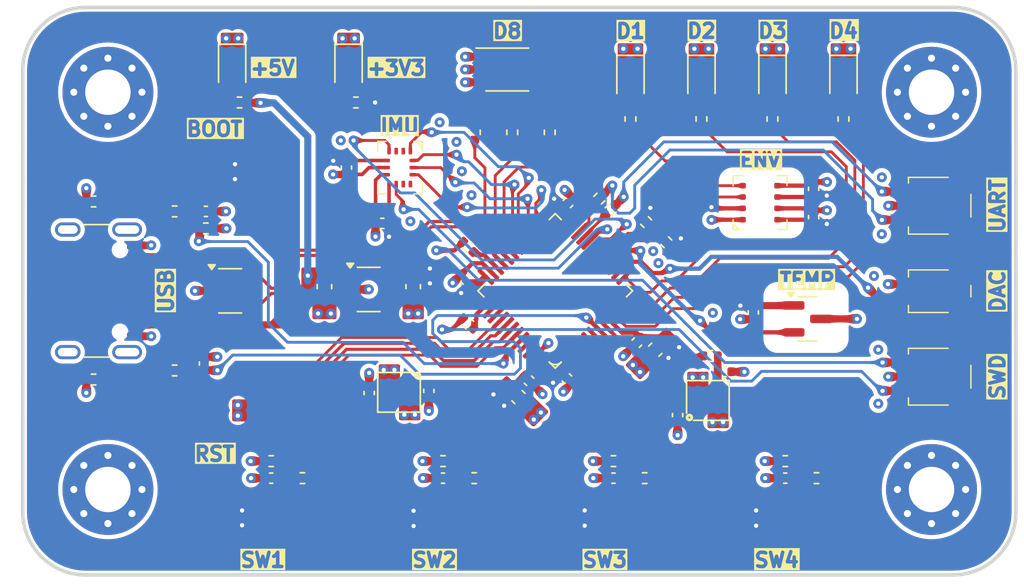
<source format=kicad_pcb>
(kicad_pcb (version 20240108) (generator "pcbnew") (generator_version "8.0")
  (title_block (title "Sensor Board") (date "2024.06.25") (rev "0.1.0") (company "Cristian Cristea") (comment 1 "linkedin.com/in/cristiancristea00"))
  (layers (0 "F.Cu" signal "Top") (1 "In1.Cu" mixed "Top Ground") (2 "In2.Cu" mixed "Bottom Ground") (31 "B.Cu" signal "Bottom") (34 "B.Paste" user "Bottom Paste") (35 "F.Paste" user "Top Paste") (36 "B.SilkS" user "Bottom Silkscreen") (37 "F.SilkS" user "Top Silkscreen") (38 "B.Mask" user "Bottom Mask") (39 "F.Mask" user "Top Mask") (44 "Edge.Cuts" user "Edge Cuts"))
  (net 0 "")
  (net 1 "GND")
  (net 2 "+3V3")
  (net 3 "+5V")
  (net 4 "HSE_IN")
  (net 5 "/HSE_OUT_R")
  (net 6 "LSE_IN")
  (net 7 "LSE_OUT")
  (net 8 "MCU_BOOT")
  (net 9 "MCU_RST")
  (net 10 "BTN_1")
  (net 11 "BTN_2")
  (net 12 "BTN_3")
  (net 13 "BTN_4")
  (net 14 "/LED_1_R")
  (net 15 "/LED_2_R")
  (net 16 "/LED_3_R")
  (net 17 "/LED_4_R")
  (net 18 "/+5V_LED")
  (net 19 "/+3V3_LED")
  (net 20 "/LED_R_R")
  (net 21 "/LED_G_R")
  (net 22 "/LED_B_R")
  (net 23 "/USB_CD+")
  (net 24 "/USB_CD-")
  (net 25 "/USB_CC2")
  (net 26 "/USB_CC1")
  (net 27 "SWD_SWDIO")
  (net 28 "SWD_SWCLK")
  (net 29 "UART_RX")
  (net 30 "UART_TX")
  (net 31 "DAC_OUT")
  (net 32 "I2C_SDA")
  (net 33 "I2C_SCL")
  (net 34 "/UART_TX_R")
  (net 35 "/UART_RX_R")
  (net 36 "/SWD_SWDIO_R")
  (net 37 "/SWD_SWCLK_R")
  (net 38 "HSE_OUT")
  (net 39 "/MCU_BOOT_R")
  (net 40 "/MCU_RST_R")
  (net 41 "/BTN_1_R")
  (net 42 "/BTN_2_R")
  (net 43 "/BTN_3_R")
  (net 44 "/BTN_4_R")
  (net 45 "LED_R")
  (net 46 "LED_G")
  (net 47 "LED_B")
  (net 48 "LED_1")
  (net 49 "LED_2")
  (net 50 "LED_3")
  (net 51 "LED_4")
  (net 52 "USB_D+")
  (net 54 "ADC_TEMP")
  (net 58 "SPI_SCK")
  (net 59 "IMU_INT1")
  (net 60 "USB_D-")
  (net 61 "SPI_MOSI")
  (net 62 "SPI_MISO")
  (net 65 "SPI_NCS")
  (net 66 "IMU_INT2")
  (footprint "Resistor_SMD:R_0402_1005Metric" (layer "F.Cu") (at 142.2 148.2 180)
    (property "Reference" "R15" (hide yes))
    (property "Value" "220")
  )
  (footprint "SensorBoard:PTS636-SM25F-SMTR-LFS" (layer "F.Cu") (at 136 126.599999 180)
    (property "Reference" "SW5" (hide yes))
    (property "Value" "SW_BOOT")
  )
  (footprint "Resistor_SMD:R_0402_1005Metric" (layer "F.Cu") (at 170.3 122.88625 90)
    (property "Reference" "R27" (hide yes))
    (property "Value" "220")
  )
  (footprint "MountingHole:MountingHole_3.2mm_M3_Pad_Via" (layer "F.Cu") (at 128.5 149)
    (property "Reference" "M2" (hide yes))
    (property "Value" "M2")
  )
  (footprint "SensorBoard:SM03B-SR" (layer "F.Cu") (at 186.875 129 90)
    (property "Reference" "J3" (hide yes))
    (property "Value" "UART Connector")
  )
  (footprint "SensorBoard:BME630" (layer "F.Cu") (at 174.425 128.785 180)
    (property "Reference" "U4" (hide yes))
    (property "Value" "BME680")
  )
  (footprint "Resistor_SMD:R_0402_1005Metric" (layer "F.Cu") (at 175.3 122.88625 90)
    (property "Reference" "R28" (hide yes))
    (property "Value" "220")
  )
  (footprint "Capacitor_SMD:C_0402_1005Metric" (layer "F.Cu") (at 147.8225 130.245)
    (property "Reference" "C23" (hide yes))
    (property "Value" "100n")
  )
  (footprint "Resistor_SMD:R_0402_1005Metric" (layer "F.Cu") (at 152.1 147 180)
    (property "Reference" "R18" (hide yes))
    (property "Value" "5k1")
  )
  (footprint "Resistor_SMD:R_0402_1005Metric" (layer "F.Cu") (at 153.875 131.9 135)
    (property "Reference" "R5" (hide yes))
    (property "Value" "100")
  )
  (footprint "Capacitor_SMD:C_0402_1005Metric" (layer "F.Cu") (at 158.160589 141.335589 135)
    (property "Reference" "C4" (hide yes))
    (property "Value" "100n")
  )
  (footprint "MountingHole:MountingHole_3.2mm_M3_Pad_Via" (layer "F.Cu") (at 186.5 121)
    (property "Reference" "M3" (hide yes))
    (property "Value" "M3")
  )
  (footprint "Resistor_SMD:R_0402_1005Metric" (layer "F.Cu") (at 180.3 122.88625 90)
    (property "Reference" "R29" (hide yes))
    (property "Value" "220")
  )
  (footprint "Resistor_SMD:R_0402_1005Metric" (layer "F.Cu") (at 137.7675 121.72448 180)
    (property "Reference" "R9" (hide yes))
    (property "Value" "1k")
  )
  (footprint "Resistor_SMD:R_0402_1005Metric" (layer "F.Cu") (at 127.49 141.25 180)
    (property "Reference" "R7" (hide yes))
    (property "Value" "5k1")
  )
  (footprint "Resistor_SMD:R_0402_1005Metric" (layer "F.Cu") (at 156.975 123.825 90)
    (property "Reference" "R24" (hide yes))
    (property "Value" "220")
  )
  (footprint "Capacitor_SMD:C_0603_1608Metric" (layer "F.Cu") (at 150 134.7 90)
    (property "Reference" "C9" (hide yes))
    (property "Value" "4u7")
  )
  (footprint "Resistor_SMD:R_0402_1005Metric" (layer "F.Cu") (at 145.965 121.72448 180)
    (property "Reference" "R10" (hide yes))
    (property "Value" "1k")
  )
  (footprint "Resistor_SMD:R_0402_1005Metric" (layer "F.Cu") (at 165.3 122.88625 90)
    (property "Reference" "R26" (hide yes))
    (property "Value" "220")
  )
  (footprint "LED_SMD:LED_0805_2012Metric" (layer "F.Cu") (at 165.3 120.08625 -90)
    (property "Reference" "D1")
    (property "Value" "RED")
  )
  (footprint "Package_TO_SOT_SMD:SOT-23-5" (layer "F.Cu") (at 146.8625 134.9)
    (property "Reference" "U2" (hide yes))
    (property "Value" "MIC5365")
  )
  (footprint "SensorBoard:SM03B-SR" (layer "F.Cu") (at 186.875 141.05 90)
    (property "Reference" "J2" (hide yes))
    (property "Value" "SWD Connector")
  )
  (footprint "MountingHole:MountingHole_3.2mm_M3_Pad_Via" (layer "F.Cu") (at 128.5 121)
    (property "Reference" "M1" (hide yes))
    (property "Value" "M1")
  )
  (footprint "Capacitor_SMD:C_0402_1005Metric" (layer "F.Cu") (at 135.3 140.125 -90)
    (property "Reference" "C15" (hide yes))
    (property "Value" "100n")
  )
  (footprint "Capacitor_SMD:C_0402_1005Metric" (layer "F.Cu") (at 178.2 129.805 -90)
    (property "Reference" "C20" (hide yes))
    (property "Value" "100n")
  )
  (footprint "Resistor_SMD:R_0402_1005Metric" (layer "F.Cu") (at 166.3 148.2 180)
    (property "Reference" "R19" (hide yes))
    (property "Value" "220")
  )
  (footprint "Resistor_SMD:R_0402_1005Metric" (layer "F.Cu") (at 135.4 130.6)
    (property "Reference" "R13" (hide yes))
    (property "Value" "5k1")
  )
  (footprint "SensorBoard:PTS636-SM25F-SMTR-LFS" (layer "F.Cu") (at 136 143.4 180)
    (property "Reference" "SW6" (hide yes))
    (property "Value" "SW_RST")
  )
  (footprint "SensorBoard:ASMT-YTB7-0AA02" (layer "F.Cu") (at 156.625 119.4)
    (property "Reference" "D8")
    (property "Value" "ASMT-YTB7-0AA02")
  )
  (footprint "Connector_USB:USB_C_Receptacle_GCT_USB4105-xx-A_16P_TopMnt_Horizontal" (layer "F.Cu") (at 126.75 135 -90)
    (property "Reference" "J1" (hide yes))
    (property "Value" "USB C 2.0")
  )
  (footprint "Package_TO_SOT_SMD:SOT-23" (layer "F.Cu") (at 177.75 136.975)
    (property "Reference" "U6" (hide yes))
    (property "Value" "TC1047")
  )
  (footprint "Resistor_SMD:R_0402_1005Metric" (layer "F.Cu") (at 159.6125 123.825 90)
    (property "Reference" "R25" (hide yes))
    (property "Value" "220")
  )
  (footprint "SensorBoard:SM02B-SR" (layer "F.Cu") (at 186.875 135.025 90)
    (property "Reference" "J4" (hide yes))
    (property "Value" "DAC Connector")
  )
  (footprint "Resistor_SMD:R_0402_1005Metric" (layer "F.Cu") (at 154.3 148.2 180)
    (property "Reference" "R17" (hide yes))
    (property "Value" "220")
  )
  (footprint "SensorBoard:PTS636-SM25F-SMTR-LFS" (layer "F.Cu") (at 175.59 151)
    (property "Reference" "SW4")
    (property "Value" "SW_4")
  )
  (footprint "SensorBoard:LQFP-48_7x7mm_P0.5mm" (layer "F.Cu") (at 160 135 135)
    (property "Reference" "U1" (hide yes))
    (property "Value" " STM32U073CCT6 ")
  )
  (footprint "SensorBoard:PTS636-SM25F-SMTR-LFS" (layer "F.Cu") (at 139.41 151)
    (property "Reference" "SW1")
    (property "Value" "SW_1")
  )
  (footprint "Resistor_SMD:R_0402_1005Metric" (layer "F.Cu") (at 140 147 180)
    (property "Reference" "R16" (hide yes))
    (property "Value" "5k1")
  )
  (footprint "Resistor_SMD:R_0402_1005Metric" (layer "F.Cu") (at 163.1 128.5 -135)
    (property "Reference" "R4" (hide yes))
    (property "Value" "100")
  )
  (footprint "Capacitor_SMD:C_0402_1005Metric" (layer "F.Cu") (at 176.2 148.2)
    (property "Reference" "C19" (hide yes))
    (property "Value" "100n")
  )
  (footprint "Capacitor_SMD:C_0402_1005Metric" (layer "F.Cu") (at 152.1 148.2)
    (property "Reference" "C17" (hide yes))
    (property "Value" "100n")
  )
  (footprint "Capacitor_SMD:C_0402_1005Metric" (layer "F.Cu") (at 178.2 127.805 -90)
    (property "Reference" "C21" (hide yes))
    (property "Value" "100n")
  )
  (footprint "Resistor_SMD:R_0402_1005Metric" (layer "F.Cu") (at 153.875 137.3 135)
    (property "Reference" "R6" (hide yes))
    (property "Value" "100")
  )
  (footprint "Capacitor_SMD:C_0402_1005Metric" (layer "F.Cu") (at 140 148.2)
    (property "Reference" "C16" (hide yes))
    (property "Value" "100n")
  )
  (footprint "SensorBoard:BMI323" (layer "F.Cu") (at 149.05 126.3125 -90)
    (property "Reference" "U5" (hide yes))
    (property "Value" "BMI323")
  )
  (footprint "Resistor_SMD:R_0402_1005Metric" (layer "F.Cu") (at 178.4 148.2 180)
    (property "Reference" "R21" (hide yes))
    (property "Value" "220")
  )
  (footprint "Capacitor_SMD:C_0402_1005Metric" (layer "F.Cu") (at 151.1 142.05 -90)
    (property "Reference" "C12" (hide yes))
    (property "Value" "TODO")
  )
  (footprint "MountingHole:MountingHole_3.2mm_M3_Pad_Via" (layer "F.Cu") (at 186.5 149)
    (property "Reference" "M4" (hide yes))
    (property "Value" "M4")
  )
  (footprint "Resistor_SMD:R_0402_1005Metric" (layer "F.Cu") (at 133.2 140.61)
    (property "Reference" "R14" (hide yes))
    (property "Value" "220")
  )
  (footprint "SensorBoard:PTS636-SM25F-SMTR-LFS" (layer "F.Cu") (at 151.47 151)
    (property "Reference" "SW2")
    (property "Value" "SW_2")
  )
  (footprint "SensorBoard:PTS636-SM25F-SMTR-LFS" (layer "F.Cu") (at 163.53 151)
    (property "Reference" "SW3")
    (property "Value" "SW_3")
  )
  (footprint "Capacitor_SMD:C_0603_1608Metric" (layer "F.Cu") (at 157.410589 142.485589 135)
    (property "Reference" "C1" (hide yes))
    (property "Value" "4u7")
  )
  (footprint "SensorBoard:Crystal_SMD_2016-4Pin_2.0x1.6mm" (layer "F.Cu") (at 149 142.15 180)
    (property "Reference" "X2" (hide yes))
    (property "Value" "32kHz768" (hide yes))
  )
  (footprint "Capacitor_SMD:C_0402_1005Metric" (layer "F.Cu") (at 171.925 140.7)
    (property "Reference" "C11" (hide yes))
    (property "Value" "TODO")
  )
  (footprint "Resistor_SMD:R_0402_1005Metric" (layer "F.Cu") (at 176.2 147 180)
    (property "Reference" "R22" (hide yes))
    (property "Value" "5k1")
  )
  (footprint "Resistor_SMD:R_0402_1005Metric" (layer "F.Cu") (at 127.49 128.7 180)
    (property "Reference" "R8" (hide yes))
    (property "Value" "5k1")
  )
  (footprint "Capacitor_SMD:C_0402_1005Metric" (layer "F.Cu") (at 160.9 128.8 -135)
    (property "Reference" "C5" (hide yes))
    (property "Value" "100n")
  )
  (footprint "LED_SMD:LED_0805_2012Metric" (layer "F.Cu") (at 175.3 120.08625 -90)
    (property "Reference" "D3")
    (property "Value" "RED")
  )
  (footprint "Capacitor_SMD:C_0402_1005Metric" (layer "F.Cu") (at 153.7 134.2 -45)
    (property "Reference" "C6" (hide yes))
    (property "Value" "100n")
  )
  (footprint "Resistor_SMD:R_0402_1005Metric" (layer "F.Cu") (at 170.94 139.585 180)
    (property "Reference" "R11" (hide yes))
    (property "Value" "TODO")
  )
  (footprint "Resistor_SMD:R_0402_1005Metric" (layer "F.Cu") (at 166.4 130.15 -45)
    (property "Reference" "R2" (hide yes))
    (property "Value" "TODO")
  )
  (footprint "Resistor_SMD:R_0402_1005Metric" (layer "F.Cu") (at 167.825 131.575 135)
    (property "Reference" "R1" (hide yes))
    (property "Value" "TODO")
  )
  (footprint "Resistor_SMD:R_0402_1005Metric" (layer "F.Cu") (at 133.2 129.4)
    (property "Reference" "R12" (hide yes))
    (property "Value" "220")
  )
  (footprint "Capacitor_SMD:C_0402_1005Metric" (layer "F.Cu") (at 146.9 142.2 90)
    (property "Reference" "C13" (hide yes))
    (property "Value" "TODO")
  )
  (footprint "Capacitor_SMD:C_0402_1005Metric" (layer "F.Cu") (at 164.1 148.2)
    (property "Reference" "C18" (hide yes))
    (property "Value" "100n")
  )
  (footprint "LED_SMD:LED_0805_2012Metric" (layer "F.Cu") (at 137.25 119.3 -90)
    (property "Reference" "D6" (hide yes))
    (property "Value" "LED")
  )
  (footprint "Package_TO_SOT_SMD:SOT-23-6" (layer "F.Cu") (at 137.1125 135)
    (property "Reference" "U3" (hide yes))
    (property "Value" "USBLC6-2SC6")
  )
  (footprint "Capacitor_SMD:C_0603_1608Metric" (layer "F.Cu") (at 167.048008 139.151992 45)
    (property "Reference" "C2" (hide yes))
    (property "Value" "4u7")
  )
  (footprint "SensorBoard:Crystal_SMD_2016-4Pin_2.0x1.6mm" (layer "F.Cu") (at 170.75 142.725)
    (property "Reference" "X1" (hide yes))
    (property "Value" "32MHz" (hide yes))
  )
  (footprint "Capacitor_SMD:C_0402_1005Metric" (layer "F.Cu") (at 168.62 143.755 -90)
    (property "Reference" "C10" (hide yes))
    (property "Value" "TODO")
  )
  (footprint "Capacitor_SMD:C_0603_1608Metric" (layer "F.Cu") (at 143.75 134.7 90)
    (property "Reference" "C8" (hide yes))
    (property "Value" "4u7")
  )
  (footprint "Capacitor_SMD:C_0402_1005Metric" (layer "F.Cu") (at 145.3 126.3125 90)
    (property "Reference" "C24" (hide yes))
    (property "Value" "100n")
  )
  (footprint "LED_SMD:LED_0805_2012Metric" (layer "F.Cu") (at 170.3 120.08625 -90)
    (property "Reference" "D2")
    (property "Value" "RED")
  )
  (footprint "Capacitor_SMD:C_0402_1005Metric" (layer "F.Cu") (at 165.748008 138.651992 45)
    (property "Reference" "C7" (hide yes))
    (property "Value" "100n")
  )
  (footprint "LED_SMD:LED_0805_2012Metric" (layer "F.Cu") (at 145.4475 119.3 -90)
    (property "Reference" "D7" (hide yes))
    (property "Value" "LED")
  )
  (footprint "Resistor_SMD:R_0402_1005Metric" (layer "F.Cu") (at 164.1 147 180)
    (property "Reference" "R20" (hide yes))
    (property "Value" "5k1")
  )
  (footprint "Capacitor_SMD:C_0402_1005Metric" (layer "F.Cu") (at 135.4 129.4 180)
    (property "Reference" "C14" (hide yes))
    (property "Value" "100n")
  )
  (footprint "Capacitor_SMD:C_0402_1005Metric" (layer "F.Cu") (at 160.825 141.175 135)
    (property "Reference" "C3" (hide yes))
    (property "Value" "100n")
  )
  (footprint "Resistor_SMD:R_0402_1005Metric" (layer "F.Cu") (at 163.9 129.3 -135)
    (property "Reference" "R3" (hide yes))
    (property "Value" "100")
  )
  (footprint "LED_SMD:LED_0805_2012Metric" (layer "F.Cu") (at 180.3 120.08625 -90)
    (property "Reference" "D4")
    (property "Value" "RED")
  )
  (footprint "Resistor_SMD:R_0402_1005Metric" (layer "F.Cu") (at 154.3375 123.825 90)
    (property "Reference" "R23" (hide yes))
    (property "Value" "220")
  )
  (footprint "Capacitor_SMD:C_0402_1005Metric" (layer "F.Cu") (at 173.95 136.52 90)
    (property "Reference" "C22" (hide yes))
    (property "Value" "100n")
  )
  (gr_line (start 192.438383 119.465079) (end 192.443326 150.578894) (stroke (width 0.25)) (layer "Edge.Cuts"))
  (gr_line (start 126.946706 115.022753) (end 188.036094 115.021687) (stroke (width 0.25)) (layer "Edge.Cuts"))
  (gr_line (start 122.50338 119.466079) (end 122.49818 150.578894) (stroke (width 0.25)) (layer "Edge.Cuts"))
  (gr_arc (start 188.036094 115.021688) (mid 191.151453 116.337625) (end 192.438383 119.465079) (stroke (width 0.25)) (layer "Edge.Cuts"))
  (gr_line (start 126.941506 155.02222) (end 188.041294 155.02222) (stroke (width 0.25)) (layer "Edge.Cuts"))
  (gr_arc (start 192.443517 150.578894) (mid 191.156607 153.706301) (end 188.041294 155.022219) (stroke (width 0.25)) (layer "Edge.Cuts"))
  (gr_arc (start 126.941506 155.02222) (mid 123.7996 153.7208) (end 122.49818 150.578894) (stroke (width 0.25)) (layer "Edge.Cuts"))
  (gr_arc (start 122.50338 119.466079) (mid 123.8048 116.324173) (end 126.946706 115.022753) (stroke (width 0.25)) (layer "Edge.Cuts"))
  (gr_text "+5V" (at 140.1 119.3 0) (layer "F.SilkS" knockout) (effects (font (size 1 1) (thickness 0.25) (bold yes))))
  (gr_text "BOOT" (at 136 123.6 0) (layer "F.SilkS" knockout) (effects (font (size 1 1) (thickness 0.25) (bold yes))))
  (gr_text "IMU" (at 149.05 123.4 0) (layer "F.SilkS" knockout) (effects (font (size 1 1) (thickness 0.25) (bold yes))))
  (gr_text "UART" (at 191.15 129 90) (layer "F.SilkS" knockout) (effects (font (size 1 1) (thickness 0.25) (bold yes))))
  (gr_text "ENV" (at 174.425 125.8 0) (layer "F.SilkS" knockout) (effects (font (size 1 1) (thickness 0.25) (bold yes))))
  (gr_text "DAC" (at 191.15 135.025 90) (layer "F.SilkS" knockout) (effects (font (size 1 1) (thickness 0.25) (bold yes))))
  (gr_text "+3V3" (at 148.8 119.3 0) (layer "F.SilkS" knockout) (effects (font (size 1 1) (thickness 0.25) (bold yes))))
  (gr_text "USB" (at 132.6 135 90) (layer "F.SilkS" knockout) (effects (font (size 1 1) (thickness 0.25) (bold yes))))
  (gr_text "TEMP" (at 177.75 134.25 0) (layer "F.SilkS" knockout) (effects (font (size 1 1) (thickness 0.25) (bold yes))))
  (gr_text "SWD" (at 191.15 141.05 90) (layer "F.SilkS" knockout) (effects (font (size 1 1) (thickness 0.25) (bold yes))))
  (gr_text "RST" (at 136 146.5 0) (layer "F.SilkS" knockout) (effects (font (size 1 1) (thickness 0.25) (bold yes))))
  (segment (start 178.2 129.325) (end 179.14 129.325) (width 0.3) (layer "F.Cu") (net 1))
  (segment (start 175.72 148.2) (end 174.78 148.2) (width 0.5) (layer "F.Cu") (net 1))
  (segment (start 164.48566 138.425) (end 165.02 138.425) (width 0.25) (layer "F.Cu") (net 1))
  (segment (start 126.98 141.25) (end 126.98 142.19) (width 0.5) (layer "F.Cu") (net 1))
  (segment (start 126.98 128.7) (end 126.98 127.76) (width 0.5) (layer "F.Cu") (net 1))
  (segment (start 146.4075 126.7925) (end 145.3 126.7925) (width 0.25) (layer "F.Cu") (net 1))
  (segment (start 165.408597 138.813597) (end 165.408597 138.991403) (width 0.25) (layer "F.Cu") (net 1))
  (segment (start 130.43 138.2) (end 131.55 138.2) (width 0.5) (layer "F.Cu") (net 1))
  (segment (start 155.15 118.5) (end 153.65 118.5) (width 0.5) (layer "F.Cu") (net 1))
  (segment (start 178.2 127.325) (end 179.14 127.325) (width 0.3) (layer "F.Cu") (net 1))
  (segment (start 155.465678 133.647658) (end 154.871271 133.053251) (width 0.3) (layer "F.Cu") (net 1))
  (segment (start 158.5 141.675) (end 159.110589 142.285589) (width 0.5) (layer "F.Cu") (net 1))
  (segment (start 130.43 131.8) (end 131.54 131.8) (width 0.5) (layer "F.Cu") (net 1))
  (segment (start 158.647658 139.534322) (end 159.50698 138.675) (width 0.3) (layer "F.Cu") (net 1))
  (segment (start 148.125 126.8125) (end 147.7375 126.8125) (width 0.25) (layer "F.Cu") (net 1))
  (segment (start 139.52 148.2) (end 138.58 148.2) (width 0.5) (layer "F.Cu") (net 1))
  (segment (start 151.62 148.2) (end 150.68 148.2) (width 0.5) (layer "F.Cu") (net 1))
  (segment (start 161.921749 129.142927) (end 161.921749 129.896271) (width 0.25) (layer "F.Cu") (net 1))
  (segment (start 161.239411 128.460589) (end 161.921749 129.142927) (width 0.25) (layer "F.Cu") (net 1))
  (segment (start 135.88 129.4) (end 136.82 129.4) (width 0.5) (layer "F.Cu") (net 1))
  (segment (start 145.3 126.795) (end 144.36 126.795) (width 0.5) (layer "F.Cu") (net 1))
  (segment (start 155.15 120.3) (end 153.65 120.3) (width 0.5) (layer "F.Cu") (net 1))
  (segment (start 147.35 127.2) (end 147.35 130.2375) (width 0.25) (layer "F.Cu") (net 1))
  (segment (start 151.1 142.53) (end 151.1 143.47) (width 0.5) (layer "F.Cu") (net 1))
  (segment (start 159.50698 138.675) (end 159.525 138.675) (width 0.3) (layer "F.Cu") (net 1))
  (segment (start 151.59 147) (end 150.65 147) (width 0.5) (layer "F.Cu") (net 1))
  (segment (start 155.46568 133.647658) (end 155.612124 133.794105) (width 0.3) (layer "F.Cu") (net 1))
  (segment (start 173.225 129.985) (end 171.015 129.985) (width 0.3) (layer "F.Cu") (net 1))
  (segment (start 175.625 129.185) (end 178.06 129.185) (width 0.3) (layer "F.Cu") (net 1))
  (segment (start 161.175 141.5) (end 160.564411 142.110589) (width 0.5) (layer "F.Cu") (net 1))
  (segment (start 154.167927 133.053251) (end 153.360589 133.860589) (width 0.3) (layer "F.Cu") (net 1))
  (segment (start 161.27 128.49) (end 160.659411 127.879411) (width 0.5) (layer "F.Cu") (net 1))
  (segment (start 173.9625 137) (end 173.0225 137) (width 0.5) (layer "F.Cu") (net 1))
  (segment (start 154.871271 133.053251) (end 154.167927 133.053251) (width 0.3) (layer "F.Cu") (net 1))
  (segment (start 135.27 139.65) (end 136.21 139.65) (width 0.5) (layer "F.Cu") (net 1))
  (segment (start 147.7375 126.8125) (end 147.35 127.2) (width 0.25) (layer "F.Cu") (net 1))
  (segment (start 146.8875 126.3125) (end 146.4075 126.7925) (width 0.25) (layer "F.Cu") (net 1))
  (segment (start 147.35 130.2375) (end 147.3425 130.245) (width 0.25) (layer "F.Cu") (net 1))
  (segment (start 178.06 129.185) (end 178.2 129.325) (width 0.3) (layer "F.Cu") (net 1))
  (segment (start 171.015 129.985) (end 171 130) (width 0.3) (layer "F.Cu") (net 1))
  (segment (start 184.875 141.05) (end 183.45 141.05) (width 0.5) (layer "F.Cu") (net 1))
  (segment (start 163.59 147) (end 162.65 147) (width 0.5) (layer "F.Cu") (net 1))
  (segment (start 163.473662 137.413002) (end 164.48566 138.425) (width 0.25) (layer "F.Cu") (net 1))
  (segment (start 146.9 141.72) (end 146.9 140.78) (width 0.5) (layer "F.Cu") (net 1))
  (segment (start 175.69 147) (end 174.75 147) (width 0.5) (layer "F.Cu") (net 1))
  (segment (start 155.15 119.4) (end 153.65 119.4) (width 0.5) (layer "F.Cu") (net 1))
  (segment (start 165.398008 139.001992) (end 164.787419 139.612581) (width 0.5) (layer "F.Cu") (net 1))
  (segment (start 148.125 126.3125) (end 146.8875 126.3125) (width 0.25) (layer "F.Cu") (net 1))
  (segment (start 165.02 138.425) (end 165.408597 138.813597) (width 0.25) (layer "F.Cu") (net 1))
  (segment (start 161.921749 129.896271) (end 161.352342 130.465678) (width 0.25) (layer "F.Cu") (net 1))
  (segment (start 168.62 144.235) (end 168.62 145.175) (width 0.5) (layer "F.Cu") (net 1))
  (segment (start 177.94 127.585) (end 178.2 127.325) (width 0.3) (layer "F.Cu") (net 1))
  (segment (start 184.875 134.525) (end 183.425 134.525) (width 0.5) (layer "F.Cu") (net 1))
  (segment (start 147.3425 130.2375) (end 147.3425 131.1775) (width 0.5) (layer "F.Cu") (net 1))
  (segment (start 131.54 131.8) (end 131.55 131.79) (width 0.5) (layer "F.Cu") (net 1))
  (segment (start 135.91 130.6) (end 136.85 130.6) (width 0.5) (layer "F.Cu") (net 1))
  (segment (start 155.465678 133.647658) (end 155.46568 133.647658) (width 0.3) (layer "F.Cu") (net 1))
  (segment (start 153.39 133.83) (end 152.779411 134.440589) (width 0.5) (layer "F.Cu") (net 1))
  (segment (start 134.625 135) (end 135.975 135) (width 0.5) (layer "F.Cu") (net 1))
  (segment (start 145.725 134.9) (end 146.88 134.9) (width 0.5) (layer "F.Cu") (net 1))
  (segment (start 172.39 140.71) (end 173.33 140.71) (width 0.5) (layer "F.Cu") (net 1))
  (segment (start 139.49 147) (end 138.55 147) (width 0.5) (layer "F.Cu") (net 1))
  (segment (start 163.62 148.2) (end 162.68 148.2) (width 0.5) (layer "F.Cu") (net 1))
  (segment (start 184.875 129) (end 183.45 129) (width 0.5) (layer "F.Cu") (net 1))
  (segment (start 175.625 127.585) (end 177.94 127.585) (width 0.3) (layer "F.Cu") (net 1))
  (segment (start 178.6875 136.975) (end 181.25 136.975) (width 0.5) (layer "F.Cu") (net 1))
  (via (at 150.68 148.2) (size 0.7) (drill 0.3) (layers "F.Cu" "B.Cu") (net 1))
  (via (at 179.14 129.325) (size 0.7) (drill 0.3) (layers "F.Cu" "B.Cu") (net 1))
  (via (at 171 130) (size 0.7) (drill 0.3) (layers "F.Cu" "B.Cu") (net 1))
  (via (at 136.82 129.4) (size 0.7) (drill 0.3) (layers "F.Cu" "B.Cu") (net 1))
  (via (at 152.779411 134.440589) (size 0.7) (drill 0.3) (layers "F.Cu" "B.Cu") (net 1))
  (via (at 138.55 147) (size 0.7) (drill 0.3) (layers "F.Cu" "B.Cu") (net 1))
  (via (at 154.10757 128.254183) (size 0.7) (drill 0.3) (layers "F.Cu" "B.Cu") (net 1))
  (via (at 136.21 139.65) (size 0.7) (drill 0.3) (layers "F.Cu" "B.Cu") (net 1))
  (via (at 151.862227 123.122216) (size 0.7) (drill 0.3) (layers "F.Cu" "B.Cu") (net 1))
  (via (at 175.8 117.93625) (size 0.7) (drill 0.3) (layers "F.Cu" "B.Cu") (net 1))
  (via (at 153.65 119.4) (size 0.7) (drill 0.3) (layers "F.Cu" "B.Cu") (net 1))
  (via (at 174.8 117.93625) (size 0.7) (drill 0.3) (layers "F.Cu" "B.Cu") (net 1))
  (via (at 181.25 136.975) (size 0.7) (drill 0.3) (layers "F.Cu" "B.Cu") (net 1))
  (via (at 174.78 148.2) (size 0.7) (drill 0.3) (layers "F.Cu" "B.Cu") (net 1))
  (via (at 150.35 136.6) (size 0.7) (drill 0.3) (layers "F.Cu" "B.Cu") (net 1))
  (via (at 182.45 133.95) (size 0.7) (drill 0.3) (layers "F.Cu" "B.Cu") (net 1))
  (via (at 144.899997 124.4) (size 0.7) (drill 0.3) (layers "F.Cu" "B.Cu") (net 1))
  (via (at 159.525 138.675) (size 0.7) (drill 0.3) (layers "F.Cu" "B.Cu") (net 1))
  (via (at 146.9 140.78) (size 0.7) (drill 0.3) (layers "F.Cu" "B.Cu") (net 1))
  (via (at 164.8 117.93625) (size 0.7) (drill 0.3) (layers "F.Cu" "B.Cu") (net 1))
  (via (at 169.8 117.93625) (size 0.7) (drill 0.3) (layers "F.Cu" "B.Cu") (net 1))
  (via (at 183.45 129) (size 0.7) (drill 0.3) (layers "F.Cu" "B.Cu") (net 1))
  (via (at 146.88 134.9) (size 0.7) (drill 0.3) (layers "F.Cu" "B.Cu") (net 1))
  (via (at 150.125 143.725) (size 0.7) (drill 0.3) (layers "F.Cu" "B.Cu") (net 1))
  (via (at 137.65 143.05) (size 0.7) (drill 0.3) (layers "F.Cu" "B.Cu") (net 1))
  (via (at 171.1 136.55) (size 0.7) (drill 0.3) (layers "F.Cu" "B.Cu") (net 1))
  (via (at 153.426027 126.571449) (size 0.7) (drill 0.3) (layers "F.Cu" "B.Cu") (net 1))
  (via (at 171.825 144.25) (size 0.7) (drill 0.3) (layers "F.Cu" "B.Cu") (net 1))
  (via (at 169.675 141.1) (size 0.7) (drill 0.3) (layers "F.Cu" "B.Cu") (net 1))
  (via (at 173.33 140.71) (size 0.7) (drill 0.3) (layers "F.Cu" "B.Cu") (net 1))
  (via (at 158.49 144.07) (size 0.7) (drill 0.3) (layers "F.Cu" "B.Cu") (net 1))
  (via (at 149.65 136.6) (size 0.7) (drill 0.3) (layers "F.Cu" "B.Cu") (net 1))
  (via (at 173.0225 137) (size 0.7) (drill 0.3) (layers "F.Cu" "B.Cu") (net 1))
  (via (at 183.425 134.525) (size 0.7) (drill 0.3) (layers "F.Cu" "B.Cu") (net 1))
  (via (at 168.62 145.175) (size 0.7) (drill 0.3) (layers "F.Cu" "B.Cu") (net 1))
  (via (at 138.58 148.2) (size 0.7) (drill 0.3) (layers "F.Cu" "B.Cu") (net 1))
  (via (at 151.1 143.47) (size 0.7) (drill 0.3) (layers "F.Cu" "B.Cu") (net 1))
  (via (at 137.675 117.2025) (size 0.7) (drill 0.3) (layers "F.Cu" "B.Cu") (net 1))
  (via (at 153.65 120.3) (size 0.7) (drill 0.3) (layers "F.Cu" "B.Cu") (net 1))
  (via (at 171.075 144.25) (size 0.7) (drill 0.3) (layers "F.Cu" "B.Cu") (net 1))
  (via (at 165.8 117.93625) (size 0.7) (drill 0.3) (layers "F.Cu" "B.Cu") (net 1))
  (via (at 150.65 147) (size 0.7) (drill 0.3) (layers "F.Cu" "B.Cu") (net 1))
  (via (at 126.98 142.19) (size 0.7) (drill 0.3) (layers "F.Cu" "B.Cu") (net 1))
  (via (at 147.925 140.575) (size 0.7) (drill 0.3) (layers "F.Cu" "B.Cu") (net 1))
  (via (at 126.98 127.76) (size 0.7) (drill 0.3) (layers "F.Cu" "B.Cu") (net 1))
  (via (at 131.55 131.79) (size 0.7) (drill 0.3) (layers "F.Cu" "B.Cu") (net 1))
  (via (at 159.110589 142.285589) (size 0.7) (drill 0.3) (layers "F.Cu" "B.Cu") (net 1))
  (via (at 165.475 140.225) (size 0.7) (drill 0.3) (layers "F.Cu" "B.Cu") (net 1))
  (via (at 145.0225 117.2025) (size 0.7) (drill 0.3) (layers "F.Cu" "B.Cu") (net 1))
  (via (at 147.3425 131.1775) (size 0.7) (drill 0.3) (layers "F.Cu" "B.Cu") (net 1))
  (via (at 166.899563 132.203111) (size 0.7) (drill 0.3) (layers "F.Cu" "B.Cu") (net 1))
  (via (at 145.8725 117.2025) (size 0.7) (drill 0.3) (layers "F.Cu" "B.Cu") (net 1))
  (via (at 179.8 117.93625) (size 0.7) (drill 0.3) (layers "F.Cu" "B.Cu") (net 1))
  (via (at 149.8 130.1) (size 0.7) (drill 0.3) (layers "F.Cu" "B.Cu") (net 1))
  (via (at 162.68 148.2) (size 0.7) (drill 0.3) (layers "F.Cu" "B.Cu") (net 1))
  (via (at 183 131) (size 0.7) (drill 0.3) (layers "F.Cu" "B.Cu") (net 1))
  (via (at 183.45 141.05) (size 0.7) (drill 0.3) (layers "F.Cu" "B.Cu") (net 1))
  (via (at 131.55 138.2) (size 0.7) (drill 0.3) (layers "F.Cu" "B.Cu") (net 1))
  (via (at 180.8 117.93625) (size 0.7) (drill 0.3) (layers "F.Cu" "B.Cu") (net 1))
  (via (at 182.75 139.15) (size 0.7) (drill 0.3) (layers "F.Cu" "B.Cu") (net 1))
  (via (at 134.625 135) (size 0.7) (drill 0.3) (layers "F.Cu" "B.Cu") (net 1))
  (via (at 158.99 143.57) (size 0.7) (drill 0.3) (layers "F.Cu" "B.Cu") (net 1))
  (via (at 148.675 140.575) (size 0.7) (drill 0.3) (layers "F.Cu" "B.Cu") (net 1))
  (via (at 164.787419 139.612581) (size 0.7) (drill 0.3) (layers "F.Cu" "B.Cu") (net 1))
  (via (at 144.2 136.6) (size 0.7) (drill 0.3) (layers "F.Cu" "B.Cu") (net 1))
  (via (at 153.65 118.5) (size 0.7) (drill 0.3) (layers "F.Cu" "B.Cu") (net 1))
  (via (at 182.75 142.95) (size 0.7) (drill 0.3) (layers "F.Cu" "B.Cu") (net 1))
  (via (at 136.85 130.6) (size 0.7) (drill 0.3) (layers "F.Cu" "B.Cu") (net 1))
  (via (at 160.659411 127.879411) (size 0.7) (drill 0.3) (layers "F.Cu" "B.Cu") (net 1))
  (via (at 144.36 126.795) (size 0.7) (drill 0.3) (layers "F.Cu" "B.Cu") (net 1))
  (via (at 160.564411 142.110589) (size 0.7) (drill 0.3) (layers "F.Cu" "B.Cu") (net 1))
  (via (at 149.375 143.725) (size 0.7) (drill 0.3) (layers "F.Cu" "B.Cu") (net 1))
  (via (at 167.269001 133.045933) (size 0.7) (drill 0.3) (layers "F.Cu" "B.Cu") (net 1))
  (via (at 137.65 143.8) (size 0.7) (drill 0.3) (layers "F.Cu" "B.Cu") (net 1))
  (via (at 174.75 147) (size 0.7) (drill 0.3) (layers "F.Cu" "B.Cu") (net 1))
  (via (at 179.14 127.325) (size 0.7) (drill 0.3) (layers "F.Cu" "B.Cu") (net 1))
  (via (at 136.825 117.2025) (size 0.7) (drill 0.3) (layers "F.Cu" "B.Cu") (net 1))
  (via (at 170.8 117.93625) (size 0.7) (drill 0.3) (layers "F.Cu" "B.Cu") (net 1))
  (via (at 183 127) (size 0.7) (drill 0.3) (layers "F.Cu" "B.Cu") (net 1))
  (via (at 153.05 124.499997) (size 0.7) (drill 0.3) (layers "F.Cu" "B.Cu") (net 1))
  (via (at 165.975 140.725) (size 0.7) (drill 0.3) (layers "F.Cu" "B.Cu") (net 1))
  (via (at 143.3 136.6) (size 0.7) (drill 0.3) (layers "F.Cu" "B.Cu") (net 1))
  (via (at 170.425 141.1) (size 0.7) (drill 0.3) (layers "F.Cu" "B.Cu") (net 1))
  (via (at 162.65 147) (size 0.7) (drill 0.3) (layers "F.Cu" "B.Cu") (net 1))
  (segment (start 160.485589 140.835589) (end 160.75 140.571178) (width 0.5) (layer "F.Cu") (net 2))
  (segment (start 148.125 125.8125) (end 145.32 125.8125) (width 0.25) (layer "F.Cu") (net 2))
  (segment (start 159.925 128.503822) (end 160.560589 129.139411) (width 0.5) (layer "F.Cu") (net 2))
  (segment (start 166.7 129.15) (end 166.678752 129.15) (width 0.5) (layer "F.Cu") (net 2))
  (segment (start 168.821248 131.3) (end 168.185624 131.935624) (width 0.5) (layer "F.Cu") (net 2))
  (segment (start 178.2 130.285) (end 179.125 130.285) (width 0.3) (layer "F.Cu") (net 2))
  (segment (start 173.225 129.185) (end 171.085003 129.185) (width 0.3) (layer "F.Cu") (net 2))
  (segment (start 148.3 130.2425) (end 148.3025 130.245) (width 0.25) (layer "F.Cu") (net 2))
  (segment (start 154.153822 134.425) (end 154.688336 134.425) (width 0.5) (layer "F.Cu") (net 2))
  (segment (start 159.001212 139.887876) (end 157.89291 140.996178) (width 0.3) (layer "F.Cu") (net 2))
  (segment (start 173.945 136.045) (end 173.95 136.04) (width 0.5) (layer "F.Cu") (net 2))
  (segment (start 146.475 121.72448) (end 147.3175 121.72448) (width 0.5) (layer "F.Cu") (net 2))
  (segment (start 164.717766 137.95) (end 165.724838 137.95) (width 0.3) (layer "F.Cu") (net 2))
  (segment (start 176.7975 136.04) (end 176.8125 136.025) (width 0.5) (layer "F.Cu") (net 2))
  (segment (start 153.375 135.15) (end 153.428822 135.15) (width 0.5) (layer "F.Cu") (net 2))
  (segment (start 163.827215 137.059449) (end 164.717766 137.95) (width 0.3) (layer "F.Cu") (net 2))
  (segment (start 173.0425 136.04) (end 173.0375 136.045) (width 0.5) (layer "F.Cu") (net 2))
  (segment (start 148.3 127.475) (end 148.3 130.2425) (width 0.25) (layer "F.Cu") (net 2))
  (segment (start 160.75 140.136664) (end 160.928077 139.958587) (width 0.5) (layer "F.Cu") (net 2))
  (segment (start 173.95 136.04) (end 173.0425 136.04) (width 0.5) (layer "F.Cu") (net 2))
  (segment (start 175.625 129.985) (end 177.9 129.985) (width 0.3) (layer "F.Cu") (net 2))
  (segment (start 154.039411 134.539411) (end 154.153822 134.425) (width 0.5) (layer "F.Cu") (net 2))
  (segment (start 148.2975 130.25) (end 148.3025 130.245) (width 0.5) (layer "F.Cu") (net 2))
  (segment (start 156.862581 141.937581) (end 156.879775 141.937581) (width 0.5) (layer "F.Cu") (net 2))
  (segment (start 177.9 129.985) (end 178.2 130.285) (width 0.3) (layer "F.Cu") (net 2))
  (segment (start 175.625 128.385) (end 178.1 128.385) (width 0.3) (layer "F.Cu") (net 2))
  (segment (start 144.37 125.83) (end 145.2975 125.83) (width 0.5) (layer "F.Cu") (net 2))
  (segment (start 159.85 141.475) (end 159.85 141.471178) (width 0.5) (layer "F.Cu") (net 2))
  (segment (start 168.85 131.3) (end 168.821248 131.3) (width 0.5) (layer "F.Cu") (net 2))
  (segment (start 165.724838 137.95) (end 166.087419 138.312581) (width 0.3) (layer "F.Cu") (net 2))
  (segment (start 154.688336 134.425) (end 155.041413 134.071923) (width 0.5) (layer "F.Cu") (net 2))
  (segment (start 166.678752 129.15) (end 166.039376 129.789376) (width 0.5) (layer "F.Cu") (net 2))
  (segment (start 145.2975 125.83) (end 145.3 125.8325) (width 0.5) (layer "F.Cu") (net 2))
  (segment (start 145.32 125.8125) (end 145.3 125.8325) (width 0.25) (layer "F.Cu") (net 2))
  (segment (start 157.796178 140.971178) (end 157.796178 141.003984) (width 0.5) (layer "F.Cu") (net 2))
  (segment (start 167.304613 138.312581) (end 167.596016 138.603984) (width 0.5) (layer "F.Cu") (net 2))
  (segment (start 178.1 128.385) (end 178.2 128.285) (width 0.3) (layer "F.Cu") (net 2))
  (segment (start 159.85 141.471178) (end 160.485589 140.835589) (width 0.5) (layer "F.Cu") (net 2))
  (segment (start 160.75 140.571178) (end 160.75 140.136664) (width 0.5) (layer "F.Cu") (net 2))
  (segment (start 160.560589 129.139411) (end 160.560589 129.673925) (width 0.5) (layer "F.Cu") (net 2))
  (segment (start 160.560589 129.673925) (end 160.928077 130.041413) (width 0.5) (layer "F.Cu") (net 2))
  (segment (start 173.965 136.025) (end 173.95 136.04) (width 0.5) (layer "F.Cu") (net 2))
  (segment (start 178.2 128.285) (end 179.125 128.285) (width 0.3) (layer "F.Cu") (net 2))
  (segment (start 148.2975 131.1825) (end 148.2975 130.25) (width 0.5) (layer "F.Cu") (net 2))
  (segment (start 153.428822 135.15) (end 154.039411 134.539411) (width 0.5) (layer "F.Cu") (net 2))
  (segment (start 166.087419 138.312581) (end 167.304613 138.312581) (width 0.5) (layer "F.Cu") (net 2))
  (segment (start 173.95 136.04) (end 176.7975 136.04) (width 0.5) (layer "F.Cu") (net 2))
  (segment (start 157.89291 140.996178) (end 157.821178 140.996178) (width 0.3) (layer "F.Cu") (net 2))
  (segment (start 156.879775 141.937581) (end 157.821178 140.996178) (width 0.5) (layer "F.Cu") (net 2))
  (segment (start 171.085003 129.185) (end 171 129.099997) (width 0.3) (layer "F.Cu") (net 2))
  (via (at 137.95 151.525) (size 0.7) (drill 0.3) (layers "F.Cu" "B.Cu") (net 2))
  (via (at 137.95 150.475) (size 0.7) (drill 0.3) (layers "F.Cu" "B.Cu") (net 2))
  (via (at 162.075 150.475) (size 0.7) (drill 0.3) (layers "F.Cu" "B.Cu") (net 2))
  (via (at 168.85 131.3) (size 0.7) (drill 0.3) (layers "F.Cu" "B.Cu") (net 2))
  (via (at 153.375 135.15) (size 0.7) (drill 0.3) (layers "F.Cu" "B.Cu") (net 2))
  (via (at 151.175 133.425) (size 0.7) (drill 0.3) (layers "F.Cu" "B.Cu") (net 2))
  (via (at 155.65 142.3) (size 0.7) (drill 0.3) (layers "F.Cu" "B.Cu") (net 2))
  (via (at 148.2975 131.1825) (size 0.7) (drill 0.3) (layers "F.Cu" "B.Cu") (net 2))
  (via (at 144.37 125.83) (size 0.7) (drill 0.3) (layers "F.Cu" "B.Cu") (net 2))
  (via (at 166.7 129.15) (size 0.7) (drill 0.3) (layers "F.Cu" "B.Cu") (net 2))
  (via (at 159.85 141.475) (size 0.7) (drill 0.3) (layers "F.Cu" "B.Cu") (net 2))
  (via (at 171 129.099997) (size 0.7) (drill 0.3) (layers "F.Cu" "B.Cu") (net 2))
  (via (at 179.125 130.285) (size 0.7) (drill 0.3) (layers "F.Cu" "B.Cu") (net 2))
  (via (at 173.0375 136.045) (size 0.7) (drill 0.3) (layers "F.Cu" "B.Cu") (net 2))
  (via (at 179.125 128.285) (size 0.7) (drill 0.3) (layers "F.Cu" "B.Cu") (net 2))
  (via (at 147.3175 121.72448) (size 0.7) (drill 0.3) (layers "F.Cu" "B.Cu") (net 2))
  (via (at 156.4 143.1) (size 0.7) (drill 0.3) (layers "F.Cu" "B.Cu") (net 2))
  (via (at 150.025 150.5) (size 0.7) (drill 0.3) (layers "F.Cu" "B.Cu") (net 2))
  (via (at 162.075 151.55) (size 0.7) (drill 0.3) (layers "F.Cu" "B.Cu") (net 2))
  (via (at 137.45 126.075) (size 0.7) (drill 0.3) (layers "F.Cu" "B.Cu") (net 2))
  (via (at 174.15 151.55) (size 0.7) (drill 0.3) (layers "F.Cu" "B.Cu") (net 2))
  (via (at 159.925 128.503822) (size 0.7) (drill 0.3) (layers "F.Cu" "B.Cu") (net 2))
  (via (at 137.45 127.125) (size 0.7) (drill 0.3) (layers "F.Cu" "B.Cu") (net 2))
  (via (at 150.025 151.575) (size 0.7) (drill 0.3) (layers "F.Cu" "B.Cu") (net 2))
  (via (at 151.175 134.475) (size 0.7) (drill 0.3) (layers "F.Cu" "B.Cu") (net 2))
  (via (at 174.15 150.475) (size 0.7) (drill 0.3) (layers "F.Cu" "B.Cu") (net 2))
  (via (at 167.975 139.725) (size 0.7) (drill 0.3) (layers "F.Cu" "B.Cu") (net 2))
  (via (at 168.725 138.975) (size 0.7) (drill 0.3) (layers "F.Cu" "B.Cu") (net 2))
  (segment (start 130.43 132.6) (end 136.775 132.6) (width 0.5) (layer "F.Cu") (net 3))
  (segment (start 147 136.15) (end 146.7 135.85) (width 0.3) (layer "F.Cu") (net 3))
  (segment (start 138.30302 121.75) (end 138.2775 121.72448) (width 0.5) (layer "F.Cu") (net 3))
  (segment (start 140.15 137.5) (end 146.3 137.5) (width 0.3) (layer "F.Cu") (net 3))
  (segment (start 137.1375 132.9625) (end 137.1375 135) (width 0.5) (layer "F.Cu") (net 3))
  (segment (start 142.575 134.875) (end 140.05 137.4) (width 0.5) (layer "F.Cu") (net 3))
  (segment (start 137.1375 137.1125) (end 136.85 137.4) (width 0.5) (layer "F.Cu") (net 3))
  (segment (start 140.05 137.4) (end 140.15 137.5) (width 0.3) (layer "F.Cu") (net 3))
  (segment (start 145.75 135.875) (end 145.725 135.85) (width 0.5) (layer "F.Cu") (net 3))
  (segment (start 136.85 137.4) (end 130.43 137.4) (width 0.5) (layer "F.Cu") (net 3))
  (segment (start 139.25 121.75) (end 138.30302 121.75) (width 0.5) (layer "F.Cu") (net 3))
  (segment (start 146.7 135.85) (end 145.725 135.85) (width 0.3) (layer "F.Cu") (net 3))
  (segment (start 146.3 137.5) (end 147 136.8) (width 0.3) (layer "F.Cu") (net 3))
  (segment (start 142.575 133.925) (end 142.575 134.875) (width 0.5) (layer "F.Cu") (net 3))
  (segment (start 136.85 137.4) (end 140.05 137.4) (width 0.5) (layer "F.Cu") (net 3))
  (segment (start 136.775 132.6) (end 137.1375 132.9625) (width 0.5) (layer "F.Cu") (net 3))
  (segment (start 138.25 135) (end 137.1375 135) (width 0.5) (layer "F.Cu") (net 3))
  (segment (start 147 136.8) (end 147 136.15) (width 0.3) (layer "F.Cu") (net 3))
  (segment (start 137.1375 135) (end 137.1375 137.1125) (width 0.5) (layer "F.Cu") (net 3))
  (via (at 139.25 121.75) (size 0.7) (drill 0.3) (layers "F.Cu" "B.Cu") (net 3))
  (via (at 142.575 133.925) (size 0.7) (drill 0.3) (layers "F.Cu" "B.Cu") (net 3))
  (segment (start 142.575 124.125) (end 142.575 134.3) (width 0.5) (layer "B.Cu") (net 3))
  (segment (start 140.2 121.75) (end 142.575 124.125) (width 0.5) (layer "B.Cu") (net 3))
  (segment (start 139.25 121.75) (end 140.2 121.75) (width 0.5) (layer "B.Cu") (net 3))
  (segment (start 164.075 140.75) (end 164.075 141.325) (width 0.22) (layer "F.Cu") (net 4))
  (segment (start 166.025 143.275) (end 168.62 143.275) (width 0.22) (layer "F.Cu") (net 4))
  (segment (start 163.396325 140.071325) (end 164.075 140.75) (width 0.22) (layer "F.Cu") (net 4))
  (segment (start 170.05 143.275) (end 168.62 143.275) (width 0.5) (layer "F.Cu") (net 4))
  (segment (start 162.413002 138.473662) (end 163.396325 139.456985) (width 0.22) (layer "F.Cu") (net 4))
  (segment (start 164.075 141.325) (end 166.025 143.275) (width 0.22) (layer "F.Cu") (net 4))
  (segment (start 163.396325 139.456985) (end 163.396325 140.071325) (width 0.22) (layer "F.Cu") (net 4))
  (segment (start 171.45 142.175) (end 171.45 140.705) (width 0.5) (layer "F.Cu") (net 5))
  (segment (start 171.45 140.705) (end 171.445 140.7) (width 0.5) (layer "F.Cu") (net 5))
  (segment (start 171.445 139.59) (end 171.45 139.585) (width 0.5) (layer "F.Cu") (net 5))
  (segment (start 171.445 140.7) (end 171.445 139.59) (width 0.5) (layer "F.Cu") (net 5))
  (segment (start 160.1 144.95) (end 154.48 144.95) (width 0.2) (layer "F.Cu") (net 6))
  (segment (start 149.7 141.6) (end 151.07 141.6) (width 0.5) (layer "F.Cu") (net 6))
  (segment (start 151.07 141.6) (end 151.1 141.57) (width 0.5) (layer "F.Cu") (net 6))
  (segment (start 162.575 140.049874) (end 162.575 142.475) (width 0.2) (layer "F.Cu") (net 6))
  (segment (start 154.48 144.95) (end 151.1 141.57) (width 0.2) (layer "F.Cu") (net 6))
  (segment (start 162.575 142.475) (end 160.1 144.95) (width 0.2) (layer "F.Cu") (net 6))
  (segment (start 161.705895 139.180769) (end 162.575 140.049874) (width 0.2) (layer "F.Cu") (net 6))
  (segment (start 148.015 144.615) (end 146.9 143.5) (width 0.2) (layer "F.Cu") (net 7))
  (segment (start 153.464484 145.35) (end 152.729484 144.615) (width 0.2) (layer "F.Cu") (net 7))
  (segment (start 160.65 145.35) (end 153.464484 145.35) (width 0.2) (layer "F.Cu") (net 7))
  (segment (start 146.9 142.68) (end 148.28 142.68) (width 0.5) (layer "F.Cu") (net 7))
  (segment (start 148.28 142.68) (end 148.3 142.7) (width 0.5) (layer "F.Cu") (net 7))
  (segment (start 162.986325 140.452011) (end 163.425 140.890686) (width 0.2) (layer "F.Cu") (net 7))
  (segment (start 162.986325 139.754091) (end 162.986325 140.452011) (width 0.2) (layer "F.Cu") (net 7))
  (segment (start 163.425 140.890686) (end 163.425 142.575) (width 0.2) (layer "F.Cu") (net 7))
  (segment (start 162.059449 138.827215) (end 162.986325 139.754091) (width 0.2) (layer "F.Cu") (net 7))
  (segment (start 152.729484 144.615) (end 148.015 144.615) (width 0.2) (layer "F.Cu") (net 7))
  (segment (start 146.9 143.5) (end 146.9 142.68) (width 0.2) (layer "F.Cu") (net 7))
  (segment (start 163.425 142.575) (end 160.65 145.35) (width 0.2) (layer "F.Cu") (net 7))
  (segment (start 156.575 139.485658) (end 156.99259 139.068068) (width 0.3) (layer "F.Cu") (net 8))
  (segment (start 134.89 129.43) (end 134.92 129.4) (width 0.5) (layer "F.Cu") (net 8))
  (segment (start 134.9 130.61) (end 134.89 130.6) (width 0.5) (layer "F.Cu") (net 8))
  (segment (start 156.575 139.9) (end 156.575 139.485658) (width 0.3) (layer "F.Cu") (net 8))
  (segment (start 156.35 140.125) (end 156.575 139.9) (width 0.3) (layer "F.Cu") (net 8))
  (segment (start 134.9 131.5) (end 134.9 130.61) (width 0.5) (layer "F.Cu") (net 8))
  (segment (start 156.99259 139.068068) (end 157.586998 138.473662) (width 0.3) (layer "F.Cu") (net 8))
  (segment (start 133.71 129.4) (end 134.92 129.4) (width 0.5) (layer "F.Cu") (net 8))
  (segment (start 134.89 130.6) (end 134.89 129.43) (width 0.5) (layer "F.Cu") (net 8))
  (via (at 156.35 140.125) (size 0.7) (drill 0.3) (layers "F.Cu" "B.Cu") (net 8))
  (via (at 134.9 131.5) (size 0.7) (drill 0.3) (layers "F.Cu" "B.Cu") (net 8))
  (segment (start 138.35 131.525) (end 134.925 131.525) (width 0.2) (layer "B.Cu") (net 8))
  (segment (start 134.925 131.525) (end 134.9 131.5) (width 0.2) (layer "B.Cu") (net 8))
  (segment (start 141.15 138.625) (end 139.8 137.275) (width 0.2) (layer "B.Cu") (net 8))
  (segment (start 156.35 140.125) (end 150.775 140.125) (width 0.2) (layer "B.Cu") (net 8))
  (segment (start 149.275 138.625) (end 141.15 138.625) (width 0.2) (layer "B.Cu") (net 8))
  (segment (start 150.775 140.125) (end 149.275 138.625) (width 0.2) (layer "B.Cu") (net 8))
  (segment (start 139.8 137.275) (end 139.8 132.975) (width 0.2) (layer "B.Cu") (net 8))
  (segment (start 139.8 132.975) (end 138.35 131.525) (width 0.2) (layer "B.Cu") (net 8))
  (segment (start 133.71 140.61) (end 135.295 140.61) (width 0.5) (layer "F.Cu") (net 9))
  (segment (start 162.233554 136.88) (end 162.19 136.88) (width 0.3) (layer "F.Cu") (net 9))
  (segment (start 136.22 140.6) (end 135.305 140.6) (width 0.5) (layer "F.Cu") (net 9))
  (segment (start 135.295 140.61) (end 135.3 140.605) (width 0.5) (layer "F.Cu") (net 9))
  (segment (start 135.305 140.6) (end 135.3 140.605) (width 0.5) (layer "F.Cu") (net 9))
  (segment (start 163.120109 137.766555) (end 162.233554 136.88) (width 0.3) (layer "F.Cu") (net 9))
  (via (at 136.22 140.6) (size 0.7) (drill 0.3) (layers "F.Cu" "B.Cu") (net 9))
  (via (at 162.19 136.88) (size 0.7) (drill 0.3) (layers "F.Cu" "B.Cu") (net 9))
  (segment (start 157.55 140.45) (end 157.125 140.875) (width 0.2) (layer "B.Cu") (net 9))
  (segment (start 149.075 139.525) (end 137.295 139.525) (width 0.2) (layer "B.Cu") (net 9))
  (segment (start 151.775 138.375) (end 151.975 138.575) (width 0.2) (layer "B.Cu") (net 9))
  (segment (start 151.755761 138.375) (end 151.775 138.375) (width 0.2) (layer "B.Cu") (net 9))
  (segment (start 151.375 137.994239) (end 151.755761 138.375) (width 0.2) (layer "B.Cu") (net 9))
  (segment (start 162.19 136.88) (end 162.05 136.74) (width 0.2) (layer "B.Cu") (net 9))
  (segment (start 150.425 140.875) (end 149.075 139.525) (width 0.2) (layer "B.Cu") (net 9))
  (segment (start 151.975 138.575) (end 157.075 138.575) (width 0.2) (layer "B.Cu") (net 9))
  (segment (start 157.55 139.05) (end 157.55 140.45) (width 0.2) (layer "B.Cu") (net 9))
  (segment (start 157.075 138.575) (end 157.55 139.05) (width 0.2) (layer "B.Cu") (net 9))
  (segment (start 151.71 136.74) (end 151.375 137.075) (width 0.2) (layer "B.Cu") (net 9))
  (segment (start 157.125 140.875) (end 150.425 140.875) (width 0.2) (layer "B.Cu") (net 9))
  (segment (start 137.295 139.525) (end 136.22 140.6) (width 0.2) (layer "B.Cu") (net 9))
  (segment (start 162.05 136.74) (end 151.71 136.74) (width 0.2) (layer "B.Cu") (net 9))
  (segment (start 151.375 137.075) (end 151.375 137.994239) (width 0.2) (layer "B.Cu") (net 9))
  (segment (start 140.51 147) (end 140.51 148.17) (width 0.5) (layer "F.Cu") (net 10))
  (segment (start 155.286376 137.759998) (end 153.961374 139.085) (width 0.2) (layer "F.Cu") (net 10))
  (segment (start 141.69 148.2) (end 140.48 148.2) (width 0.5) (layer "F.Cu") (net 10))
  (segment (start 141.425 141.821374) (end 141.425 146.085) (width 0.2) (layer "F.Cu") (net 10))
  (segment (start 151.670761 138.29) (end 144.956374 138.29) (width 0.2) (layer "F.Cu") (net 10))
  (segment (start 141.425 146.085) (end 140.51 147) (width 0.2) (layer "F.Cu") (net 10))
  (segment (start 155.472236 137.759998) (end 155.286376 137.759998) (width 0.2) (layer "F.Cu") (net 10))
  (segment (start 153.961374 139.085) (end 152.465761 139.085) (width 0.2) (layer "F.Cu") (net 10))
  (segment (start 144.956374 138.29) (end 141.425 141.821374) (width 0.2) (layer "F.Cu") (net 10))
  (segment (start 152.465761 139.085) (end 151.670761 138.29) (width 0.2) (layer "F.Cu") (net 10))
  (segment (start 156.172785 137.059449) (end 155.472236 137.759998) (width 0.2) (layer "F.Cu") (net 10))
  (segment (start 140.51 148.17) (end 140.48 148.2) (width 0.5) (layer "F.Cu") (net 10))
  (segment (start 154.131202 139.495) (end 152.295933 139.495) (width 0.22) (layer "F.Cu") (net 11))
  (segment (start 156.526338 137.413002) (end 155.769341 138.169999) (width 0.22) (layer "F.Cu") (net 11))
  (segment (start 142.175 144.875) (end 143.2 145.9) (width 0.22) (layer "F.Cu") (net 11))
  (segment (start 152.61 147) (end 152.61 148.17) (width 0.5) (layer "F.Cu") (net 11))
  (segment (start 155.456203 138.169999) (end 154.131202 139.495) (width 0.22) (layer "F.Cu") (net 11))
  (segment (start 152.275 145.9) (end 152.61 146.235) (width 0.22) (layer "F.Cu") (net 11))
  (segment (start 152.295933 139.495) (end 151.500933 138.7) (width 0.22) (layer "F.Cu") (net 11))
  (segment (start 152.61 148.17) (end 152.58 148.2) (width 0.5) (layer "F.Cu") (net 11))
  (segment (start 153.79 148.2) (end 152.58 148.2) (width 0.5) (layer "F.Cu") (net 11))
  (segment (start 151.500933 138.7) (end 145.126202 138.7) (width 0.22) (layer "F.Cu") (net 11))
  (segment (start 155.769341 138.169999) (end 155.456203 138.169999) (width 0.22) (layer "F.Cu") (net 11))
  (segment (start 145.126202 138.7) (end 142.175 141.651202) (width 0.22) (layer "F.Cu") (net 11))
  (segment (start 142.175 141.651202) (end 142.175 144.875) (width 0.22) (layer "F.Cu") (net 11))
  (segment (start 143.2 145.9) (end 152.275 145.9) (width 0.22) (layer "F.Cu") (net 11))
  (segment (start 152.61 146.235) (end 152.61 147) (width 0.22) (layer "F.Cu") (net 11))
  (segment (start 155.630173 138.589999) (end 154.305172 139.915) (width 0.22) (layer "F.Cu") (net 12))
  (segment (start 151.326963 139.12) (end 145.300172 139.12) (width 0.22) (layer "F.Cu") (net 12))
  (segment (start 152.121963 139.915) (end 151.326963 139.12) (width 0.22) (layer "F.Cu") (net 12))
  (segment (start 143.075 141.345172) (end 143.075 144.55) (width 0.22) (layer "F.Cu") (net 12))
  (segment (start 165.79 148.2) (end 164.58 148.2) (width 0.5) (layer "F.Cu") (net 12))
  (segment (start 154.305172 139.915) (end 152.121963 139.915) (width 0.22) (layer "F.Cu") (net 12))
  (segment (start 164.61 147) (end 164.61 148.17) (width 0.5) (layer "F.Cu") (net 12))
  (segment (start 156.056447 138.589999) (end 155.630173 138.589999) (width 0.22) (layer "F.Cu") (net 12))
  (segment (start 164.61 148.17) (end 164.58 148.2) (width 0.5) (layer "F.Cu") (net 12))
  (segment (start 163.895 146.285) (end 164.61 147) (width 0.22) (layer "F.Cu") (net 12))
  (segment (start 152.39397 145.425) (end 153.25397 146.285) (width 0.22) (layer "F.Cu") (net 12))
  (segment (start 143.95 145.425) (end 152.39397 145.425) (width 0.22) (layer "F.Cu") (net 12))
  (segment (start 145.300172 139.12) (end 143.075 141.345172) (width 0.22) (layer "F.Cu") (net 12))
  (segment (start 153.25397 146.285) (end 163.895 146.285) (width 0.22) (layer "F.Cu") (net 12))
  (segment (start 156.879891 137.766555) (end 156.056447 138.589999) (width 0.22) (layer "F.Cu") (net 12))
  (segment (start 143.075 144.55) (end 143.95 145.425) (width 0.22) (layer "F.Cu") (net 12))
  (segment (start 151.157135 139.53) (end 145.47 139.53) (width 0.2) (layer "F.Cu") (net 13))
  (segment (start 152.563798 145.015) (end 153.423798 145.875) (width 0.2) (layer "F.Cu") (net 13))
  (segment (start 156.353554 139) (end 155.8 139) (width 0.2) (layer "F.Cu") (net 13))
  (segment (start 154.475 140.325) (end 151.952135 140.325) (width 0.2) (layer "F.Cu") (net 13))
  (segment (start 176.71 147) (end 176.71 148.17) (width 0.5) (layer "F.Cu") (net 13))
  (segment (start 175.585 145.875) (end 176.71 147) (width 0.2) (layer "F.Cu") (net 13))
  (segment (start 145.47 139.53) (end 143.95 141.05) (width 0.2) (layer "F.Cu") (net 13))
  (segment (start 155.8 139) (end 154.475 140.325) (width 0.2) (layer "F.Cu") (net 13))
  (segment (start 176.68 148.2) (end 177.89 148.2) (width 0.5) (layer "F.Cu") (net 13))
  (segment (start 143.95 141.05) (end 143.95 143.775) (width 0.2) (layer "F.Cu") (net 13))
  (segment (start 145.19 145.015) (end 152.563798 145.015) (width 0.2) (layer "F.Cu") (net 13))
  (segment (start 151.952135 140.325) (end 151.157135 139.53) (width 0.2) (layer "F.Cu") (net 13))
  (segment (start 153.423798 145.875) (end 175.585 145.875) (width 0.2) (layer "F.Cu") (net 13))
  (segment (start 176.71 148.17) (end 176.68 148.2) (width 0.5) (layer "F.Cu") (net 13))
  (segment (start 143.95 143.775) (end 145.19 145.015) (width 0.2) (layer "F.Cu") (net 13))
  (segment (start 157.233445 138.120109) (end 156.353554 139) (width 0.2) (layer "F.Cu") (net 13))
  (segment (start 165.3 122.37625) (end 165.3 121.02375) (width 0.5) (layer "F.Cu") (net 14))
  (segment (start 170.3 122.37625) (end 170.3 121.02375) (width 0.5) (layer "F.Cu") (net 15))
  (segment (start 175.3 122.37625) (end 175.3 121.02375) (width 0.5) (layer "F.Cu") (net 16))
  (segment (start 180.3 122.37625) (end 180.3 121.02375) (width 0.5) (layer "F.Cu") (net 17))
  (segment (start 137.2575 120.245) (end 137.25 120.2375) (width 0.5) (layer "F.Cu") (net 18))
  (segment (start 137.2575 121.72448) (end 137.2575 120.245) (width 0.5) (layer "F.Cu") (net 18))
  (segment (start 145.455 121.72448) (end 145.455 120.245) (width 0.5) (layer "F.Cu") (net 19))
  (segment (start 145.455 120.245) (end 145.4475 120.2375) (width 0.5) (layer "F.Cu") (net 19))
  (segment (start 160.275 121.775) (end 160.775 121.275) (width 0.2) (layer "F.Cu") (net 20))
  (segment (start 160.25 120.3) (end 158.1 120.3) (width 0.2) (layer "F.Cu") (net 20))
  (segment (start 155.585 123.315) (end 157.125 121.775) (width 0.2) (layer "F.Cu") (net 20))
  (segment (start 160.775 121.275) (end 160.775 120.825) (width 0.2) (layer "F.Cu") (net 20))
  (segment (start 157.125 121.775) (end 160.275 121.775) (width 0.2) (layer "F.Cu") (net 20))
  (segment (start 154.3375 123.315) (end 155.585 123.315) (width 0.2) (layer "F.Cu") (net 20))
  (segment (start 160.775 120.825) (end 160.25 120.3) (width 0.2) (layer "F.Cu") (net 20))
  (segment (start 161.525 122.3) (end 161.975 121.85) (width 0.2) (layer "F.Cu") (net 21))
  (segment (start 161.975 121.85) (end 161.975 120.075) (width 0.2) (layer "F.Cu") (net 21))
  (segment (start 159.25 122.3) (end 161.525 122.3) (width 0.2) (layer "F.Cu") (net 21))
  (segment (start 158.235 123.315) (end 159.25 122.3) (width 0.2) (layer "F.Cu") (net 21))
  (segment (start 161.3 119.4) (end 158.1 119.4) (width 0.2) (layer "F.Cu") (net 21))
  (segment (start 156.975 123.315) (end 158.235 123.315) (width 0.2) (layer "F.Cu") (net 21))
  (segment (start 161.975 120.075) (end 161.3 119.4) (width 0.2) (layer "F.Cu") (net 21))
  (segment (start 162.925 122.1) (end 162.925 120) (width 0.2) (layer "F.Cu") (net 22))
  (segment (start 162.925 120) (end 161.425 118.5) (width 0.2) (layer "F.Cu") (net 22))
  (segment (start 161.425 118.5) (end 158.1 118.5) (width 0.2) (layer "F.Cu") (net 22))
  (segment (start 159.6125 123.315) (end 161.71 123.315) (width 0.2) (layer "F.Cu") (net 22))
  (segment (start 161.71 123.315) (end 162.925 122.1) (width 0.2) (layer "F.Cu") (net 22))
  (segment (start 133.35 135.75) (end 133.1 135.75) (width 0.22) (layer "F.Cu") (net 23))
  (segment (start 133.55 135.95) (end 133.35 135.75) (width 0.22) (layer "F.Cu") (net 23))
  (segment (start 133.1 135.75) (end 132.9 135.75) (width 0.22) (layer "F.Cu") (net 23))
  (segment (start 133.05 135.75) (end 133.1 135.75) (width 0.22) (layer "F.Cu") (net 23))
  (segment (start 132.9 135.75) (end 132.6 135.75) (width 0.22) (layer "F.Cu") (net 23))
  (segment (start 133.35 135.75) (end 132.35 134.75) (width 0.22) (layer "F.Cu") (net 23))
  (segment (start 132.6 135.75) (end 130.43 135.75) (width 0.22) (layer "F.Cu") (net 23))
  (segment (start 132.35 134.75) (end 130.43 134.75) (width 0.22) (layer "F.Cu") (net 23))
  (segment (start 135.975 135.95) (end 133.55 135.95) (width 0.22) (layer "F.Cu") (net 23))
  (segment (start 129.45 135.25) (end 130.43 135.25) (width 0.22) (layer "F.Cu") (net 24))
  (segment (start 129.2 134.5) (end 129.2 135) (width 0.22) (layer "F.Cu") (net 24))
  (segment (start 129.2 135) (end 129.45 135.25) (width 0.22) (layer "F.Cu") (net 24))
  (segment (start 133.75 134.05) (end 133.55 134.25) (width 0.22) (layer "F.Cu") (net 24))
  (segment (start 130.43 134.25) (end 129.45 134.25) (width 0.22) (layer "F.Cu") (net 24))
  (segment (start 135.975 134.05) (end 133.75 134.05) (width 0.22) (layer "F.Cu") (net 24))
  (segment (start 129.45 134.25) (end 129.2 134.5) (width 0.22) (layer "F.Cu") (net 24))
  (segment (start 133.55 134.25) (end 130.43 134.25) (width 0.22) (layer "F.Cu") (net 24))
  (segment (start 130.43 136.75) (end 128.65 136.75) (width 0.3) (layer "F.Cu") (net 25))
  (segment (start 128 137.4) (end 128 141.25) (width 0.3) (layer "F.Cu") (net 25))
  (segment (start 128.65 136.75) (end 128 137.4) (width 0.3) (layer "F.Cu") (net 25))
  (segment (start 128 133.1) (end 128 128.7) (width 0.3) (layer "F.Cu") (net 26))
  (segment (start 128.65 133.75) (end 128 133.1) (width 0.3) (layer "F.Cu") (net 26))
  (segment (start 130.43 133.75) (end 128.65 133.75) (width 0.3) (layer "F.Cu") (net 26))
  (segment (start 152.903752 132.15) (end 153.514376 131.539376) (width 0.3) (layer "F.Cu") (net 27))
  (segment (start 183.05 140.05) (end 184.875 140.05) (width 0.5) (layer "F.Cu") (net 27))
  (segment (start 151.625 132.15) (end 152.903752 132.15) (width 0.3) (layer "F.Cu") (net 27))
  (via (at 183.05 140.05) (size 0.7) (drill 0.3) (layers "F.Cu" "B.Cu") (net 27))
  (via (at 151.625 132.15) (size 0.7) (drill 0.3) (layers "F.Cu" "B.Cu") (net 27))
  (segment (start 152.5 132.15) (end 151.625 132.15) (width 0.2) (layer "B.Cu") (net 27))
  (segment (start 183.05 140.05) (end 171.95 140.05) (width 0.2) (layer "B.Cu") (net 27))
  (segment (start 171.95 140.05) (end 166.15 134.25) (width 0.2) (layer "B.Cu") (net 27))
  (segment (start 154.6 134.25) (end 152.5 132.15) (width 0.2) (layer "B.Cu") (net 27))
  (segment (start 166.15 134.25) (end 154.6 134.25) (width 0.2) (layer "B.Cu") (net 27))
  (segment (start 183.05 142.05) (end 184.875 142.05) (width 0.5) (layer "F.Cu") (net 28))
  (segment (start 152.025 137.725) (end 152.728752 137.725) (width 0.3) (layer "F.Cu") (net 28))
  (segment (start 152.728752 137.725) (end 153.514376 136.939376) (width 0.3) (layer "F.Cu") (net 28))
  (via (at 152.025 137.725) (size 0.7) (drill 0.3) (layers "F.Cu" "B.Cu") (net 28))
  (via (at 183.05 142.05) (size 0.7) (drill 0.3) (layers "F.Cu" "B.Cu") (net 28))
  (segment (start 182.95 142.05) (end 181.575 140.675) (width 0.2) (layer "B.Cu") (net 28))
  (segment (start 168.725 137.725) (end 152.025 137.725) (width 0.2) (layer "B.Cu") (net 28))
  (segment (start 174.525 140.675) (end 173.84 141.36) (width 0.2) (layer "B.Cu") (net 28))
  (segment (start 173.84 141.36) (end 172.36 141.36) (width 0.2) (layer "B.Cu") (net 28))
  (segment (start 172.36 141.36) (end 168.725 137.725) (width 0.2) (layer "B.Cu") (net 28))
  (segment (start 181.575 140.675) (end 174.525 140.675) (width 0.2) (layer "B.Cu") (net 28))
  (segment (start 183.05 142.05) (end 182.95 142.05) (width 0.2) (layer "B.Cu") (net 28))
  (segment (start 164.025 127.575) (end 163.460624 128.139376) (width 0.5) (layer "F.Cu") (net 29))
  (segment (start 184.875 130) (end 183 130) (width 0.5) (layer "F.Cu") (net 29))
  (via (at 183 130) (size 0.7) (drill 0.3) (layers "F.Cu" "B.Cu") (net 29))
  (via (at 164.025 127.575) (size 0.7) (drill 0.3) (layers "F.Cu" "B.Cu") (net 29))
  (segment (start 183 130) (end 182.35 129.35) (width 0.2) (layer "B.Cu") (net 29))
  (segment (start 164.45 129.525) (end 164.025 129.1) (width 0.2) (layer "B.Cu") (net 29))
  (segment (start 182.35 128.55) (end 178.875 125.075) (width 0.2) (layer "B.Cu") (net 29))
  (segment (start 164.025 129.1) (end 164.025 127.575) (width 0.2) (layer "B.Cu") (net 29))
  (segment (start 178.875 125.075) (end 168.075 125.075) (width 0.2) (layer "B.Cu") (net 29))
  (segment (start 165.6 129.175) (end 165.25 129.525) (width 0.2) (layer "B.Cu") (net 29))
  (segment (start 165.6 127.55) (end 165.6 129.175) (width 0.2) (layer "B.Cu") (net 29))
  (segment (start 165.25 129.525) (end 164.45 129.525) (width 0.2) (layer "B.Cu") (net 29))
  (segment (start 182.35 129.35) (end 182.35 128.55) (width 0.2) (layer "B.Cu") (net 29))
  (segment (start 168.075 125.075) (end 165.6 127.55) (width 0.2) (layer "B.Cu") (net 29))
  (segment (start 164.825 128.375) (end 164.260624 128.939376) (width 0.5) (layer "F.Cu") (net 30))
  (segment (start 184.875 128) (end 183 128) (width 0.5) (layer "F.Cu") (net 30))
  (via (at 183 128) (size 0.7) (drill 0.3) (layers "F.Cu" "B.Cu") (net 30))
  (via (at 164.825 128.375) (size 0.7) (drill 0.3) (layers "F.Cu" "B.Cu") (net 30))
  (segment (start 167.65 124.5) (end 164.825 127.325) (width 0.2) (layer "B.Cu") (net 30))
  (segment (start 164.825 127.325) (end 164.825 128.375) (width 0.2) (layer "B.Cu") (net 30))
  (segment (start 183 128) (end 179.5 124.5) (width 0.2) (layer "B.Cu") (net 30))
  (segment (start 179.5 124.5) (end 167.65 124.5) (width 0.2) (layer "B.Cu") (net 30))
  (segment (start 166.845933 133.745933) (end 166.05 132.95) (width 0.3) (layer "F.Cu") (net 31))
  (segment (start 184.875 135.525) (end 182.775 135.525) (width 0.5) (layer "F.Cu") (net 31))
  (segment (start 167.866624 133.43826) (end 167.558951 133.745933) (width 0.3) (layer "F.Cu") (net 31))
  (segment (start 167.558951 133.745933) (end 166.845933 133.745933) (width 0.3) (layer "F.Cu") (net 31))
  (segment (start 166.05 132.95) (end 165.23198 132.95) (width 0.3) (layer "F.Cu") (net 31))
  (segment (start 165.23198 132.95) (end 164.534322 133.647658) (width 0.3) (layer "F.Cu") (net 31))
  (segment (start 168.078991 133.43826) (end 167.866624 133.43826) (width 0.3) (layer "F.Cu") (net 31))
  (segment (start 182.775 135.525) (end 182.025 134.775) (width 0.5) (layer "F.Cu") (net 31))
  (via (at 168.078991 133.43826) (size 0.7) (drill 0.3) (layers "F.Cu" "B.Cu") (net 31))
  (via (at 182.025 134.775) (size 0.7) (drill 0.3) (layers "F.Cu" "B.Cu") (net 31))
  (segment (start 179.85 132.6) (end 182.025 134.775) (width 0.3) (layer "B.Cu") (net 31))
  (segment (start 171 132.6) (end 179.85 132.6) (width 0.3) (layer "B.Cu") (net 31))
  (segment (start 170.16174 133.43826) (end 171 132.6) (width 0.3) (layer "B.Cu") (net 31))
  (segment (start 168.078991 133.43826) (end 170.16174 133.43826) (width 0.3) (layer "B.Cu") (net 31))
  (segment (start 167.464376 131.214376) (end 170.293752 128.385) (width 0.2) (layer "F.Cu") (net 32))
  (segment (start 163.827215 132.940551) (end 165.292766 131.475) (width 0.2) (layer "F.Cu") (net 32))
  (segment (start 165.292766 131.475) (end 167.203752 131.475) (width 0.2) (layer "F.Cu") (net 32))
  (segment (start 167.203752 131.475) (end 167.464376 131.214376) (width 0.2) (layer "F.Cu") (net 32))
  (segment (start 170.293752 128.385) (end 173.225 128.385) (width 0.2) (layer "F.Cu") (net 32))
  (segment (start 169.715 127.585) (end 173.225 127.585) (width 0.2) (layer "F.Cu") (net 33))
  (segment (start 166.321248 130.95) (end 166.760624 130.510624) (width 0.2) (layer "F.Cu") (net 33))
  (segment (start 165.11066 130.95) (end 166.321248 130.95) (width 0.2) (layer "F.Cu") (net 33))
  (segment (start 163.473662 132.586998) (end 165.11066 130.95) (width 0.2) (layer "F.Cu") (net 33))
  (segment (start 166.760624 130.510624) (end 166.789376 130.510624) (width 0.2) (layer "F.Cu") (net 33))
  (segment (start 166.789376 130.510624) (end 169.715 127.585) (width 0.2) (layer "F.Cu") (net 33))
  (segment (start 162.059449 131.140551) (end 163.539376 129.660624) (width 0.2) (layer "F.Cu") (net 34))
  (segment (start 162.059449 131.172785) (end 162.059449 131.140551) (width 0.2) (layer "F.Cu") (net 34))
  (segment (start 162.375 129.725) (end 162.739376 129.360624) (width 0.2) (layer "F.Cu") (net 35))
  (segment (start 162.375 130.150126) (end 162.375 129.725) (width 0.2) (layer "F.Cu") (net 35))
  (segment (start 162.739376 129.360624) (end 162.739376 128.860624) (width 0.2) (layer "F.Cu") (net 35))
  (segment (start 161.705895 130.819231) (end 162.375 130.150126) (width 0.2) (layer "F.Cu") (net 35))
  (segment (start 155.000128 132.475) (end 154.45 132.475) (width 0.3) (layer "F.Cu") (net 36))
  (segment (start 154.45 132.475) (end 154.235624 132.260624) (width 0.3) (layer "F.Cu") (net 36))
  (segment (start 155.819231 133.294105) (end 155.819231 133.294103) (width 0.3) (layer "F.Cu") (net 36))
  (segment (start 155.819231 133.294103) (end 155.000128 132.475) (width 0.3) (layer "F.Cu") (net 36))
  (segment (start 154.45 136.660912) (end 154.45 137) (width 0.3) (layer "F.Cu") (net 37))
  (segment (start 154.235624 137.214376) (end 154.235624 137.660624) (width 0.3) (layer "F.Cu") (net 37))
  (segment (start 155.112124 135.998788) (end 154.45 136.660912) (width 0.3) (layer "F.Cu") (net 37))
  (segment (start 155.112124 135.998788) (end 155.101212 135.998788) (width 0.3) (layer "F.Cu") (net 37))
  (segment (start 154.45 137) (end 154.235624 137.214376) (width 0.3) (layer "F.Cu") (net 37))
  (segment (start 167.24 141.71) (end 169.365 139.585) (width 0.22) (layer "F.Cu") (net 38))
  (segment (start 164 139.353554) (end 164 139.9) (width 0.22) (layer "F.Cu") (net 38))
  (segment (start 164 139.9) (end 165.81 141.71) (width 0.22) (layer "F.Cu") (net 38))
  (segment (start 162.766555 138.120109) (end 164 139.353554) (width 0.22) (layer "F.Cu") (net 38))
  (segment (start 165.81 141.71) (end 167.24 141.71) (width 0.22) (layer "F.Cu") (net 38))
  (segment (start 169.365 139.585) (end 170.43 139.585) (width 0.22) (layer "F.Cu") (net 38))
  (segment (start 132.69 126.61) (end 132.7 126.6) (width 0.5) (layer "F.Cu") (net 39))
  (segment (start 132.69 129.4) (end 132.69 126.61) (width 0.5) (layer "F.Cu") (net 39))
  (segment (start 132.69 143.39) (end 132.7 143.4) (width 0.5) (layer "F.Cu") (net 40))
  (segment (start 132.69 140.61) (end 132.69 143.39) (width 0.5) (layer "F.Cu") (net 40))
  (segment (start 142.71 148.2) (end 142.71 151) (width 0.5) (layer "F.Cu") (net 41))
  (segment (start 154.81 150.96) (end 154.77 151) (width 0.5) (layer "F.Cu") (net 42))
  (segment (start 154.81 148.2) (end 154.81 150.96) (width 0.5) (layer "F.Cu") (net 42))
  (segment (start 166.81 148.2) (end 166.81 150.98) (width 0.5) (layer "F.Cu") (net 43))
  (segment (start 166.81 150.98) (end 166.83 151) (width 0.5) (layer "F.Cu") (net 43))
  (segment (start 178.91 148.2) (end 178.91 150.98) (width 0.5) (layer "F.Cu") (net 44))
  (segment (start 178.91 150.98) (end 178.89 151) (width 0.5) (layer "F.Cu") (net 44))
  (segment (start 154.3375 125.6125) (end 154.3375 124.335) (width 0.2) (layer "F.Cu") (net 45))
  (segment (start 156.879891 132.233445) (end 155.05 130.403554) (width 0.2) (layer "F.Cu") (net 45))
  (segment (start 155.05 130.403554) (end 155.05 126.325) (width 0.2) (layer "F.Cu") (net 45))
  (segment (start 155.05 126.325) (end 154.3375 125.6125) (width 0.2) (layer "F.Cu") (net 45))
  (segment (start 157.233445 131.879891) (end 155.775 130.421446) (width 0.2) (layer "F.Cu") (net 46))
  (segment (start 155.775 126.875) (end 156.975 125.675) (width 0.2) (layer "F.Cu") (net 46))
  (segment (start 156.975 125.675) (end 156.975 124.335) (width 0.2) (layer "F.Cu") (net 46))
  (segment (start 155.775 130.421446) (end 155.775 126.875) (width 0.2) (layer "F.Cu") (net 46))
  (segment (start 157.586998 131.526338) (end 156.4 130.33934) (width 0.2) (layer "F.Cu") (net 47))
  (segment (start 156.4 127.325) (end 157.45 126.275) (width 0.2) (layer "F.Cu") (net 47))
  (segment (start 159 126.275) (end 159.6125 125.6625) (width 0.2) (layer "F.Cu") (net 47))
  (segment (start 156.4 130.33934) (end 156.4 127.325) (width 0.2) (layer "F.Cu") (net 47))
  (segment (start 157.45 126.275) (end 159 126.275) (width 0.2) (layer "F.Cu") (net 47))
  (segment (start 159.6125 125.6625) (end 159.6125 124.335) (width 0.2) (layer "F.Cu") (net 47))
  (segment (start 166.7 135.1) (end 166 135.1) (width 0.2) (layer "F.Cu") (net 48))
  (segment (start 164.901212 134.001212) (end 164.887876 134.001212) (width 0.2) (layer "F.Cu") (net 48))
  (segment (start 178.75 125.85) (end 179.95 127.05) (width 0.2) (layer "F.Cu") (net 48))
  (segment (start 179.95 127.05) (end 179.95 130.95) (width 0.2) (layer "F.Cu") (net 48))
  (segment (start 171.1 131.7) (end 168.5 134.3) (width 0.2) (layer "F.Cu") (net 48))
  (segment (start 167.75375 125.85) (end 178.75 125.85) (width 0.2) (layer "F.Cu") (net 48))
  (segment (start 168.5 134.3) (end 167.5 134.3) (width 0.2) (layer "F.Cu") (net 48))
  (segment (start 179.2 131.7) (end 171.1 131.7) (width 0.2) (layer "F.Cu") (net 48))
  (segment (start 179.95 130.95) (end 179.2 131.7) (width 0.2) (layer "F.Cu") (net 48))
  (segment (start 166 135.1) (end 164.901212 134.001212) (width 0.2) (layer "F.Cu") (net 48))
  (segment (start 165.3 123.39625) (end 167.75375 125.85) (width 0.2) (layer "F.Cu") (net 48))
  (segment (start 167.5 134.3) (end 166.7 135.1) (width 0.2) (layer "F.Cu") (net 48))
  (segment (start 166.2 136.7) (end 168.1 134.8) (width 0.2) (layer "F.Cu") (net 49))
  (segment (start 180.5 126.25) (end 179.45 125.2) (width 0.2) (layer "F.Cu") (net 49))
  (segment (start 164.887876 136.037876) (end 165.55 136.7) (width 0.2) (layer "F.Cu") (net 49))
  (segment (start 172.10375 125.2) (end 170.3 123.39625) (width 0.2) (layer "F.Cu") (net 49))
  (segment (start 169.5 134.8) (end 171.6 132.7) (width 0.2) (layer "F.Cu") (net 49))
  (segment (start 165.55 136.7) (end 166.2 136.7) (width 0.2) (layer "F.Cu") (net 49))
  (segment (start 171.6 132.7) (end 179.25 132.7) (width 0.2) (layer "F.Cu") (net 49))
  (segment (start 179.45 125.2) (end 172.10375 125.2) (width 0.2) (layer "F.Cu") (net 49))
  (segment (start 179.25 132.7) (end 180.5 131.45) (width 0.2) (layer "F.Cu") (net 49))
  (segment (start 168.1 134.8) (end 169.5 134.8) (width 0.2) (layer "F.Cu") (net 49))
  (segment (start 164.887876 135.998788) (end 164.887876 136.037876) (width 0.2) (layer "F.Cu") (net 49))
  (segment (start 180.5 131.45) (end 180.5 126.25) (width 0.2) (layer "F.Cu") (net 49))
  (segment (start 181.1 125.8) (end 179.8 124.5) (width 0.2) (layer "F.Cu") (net 50))
  (segment (start 179.8 124.5) (end 176.4 124.5) (width 0.2) (layer "F.Cu") (net 50))
  (segment (start 166.75 137.1) (end 168.4 135.45) (width 0.2) (layer "F.Cu") (net 50))
  (segment (start 168.4 135.45) (end 170.25 135.45) (width 0.2) (layer "F.Cu") (net 50))
  (segment (start 170.25 135.45) (end 172.4 133.3) (width 0.2) (layer "F.Cu") (net 50))
  (segment (start 165.28198 137.1) (end 166.75 137.1) (width 0.2) (layer "F.Cu") (net 50))
  (segment (start 172.4 133.3) (end 180.35 133.3) (width 0.2) (layer "F.Cu") (net 50))
  (segment (start 180.35 133.3) (end 181.1 132.55) (width 0.2) (layer "F.Cu") (net 50))
  (segment (start 164.534322 136.352342) (end 165.28198 137.1) (width 0.2) (layer "F.Cu") (net 50))
  (segment (start 176.4 124.5) (end 176.4 124.49625) (width 0.2) (layer "F.Cu") (net 50))
  (segment (start 176.4 124.49625) (end 175.3 123.39625) (width 0.2) (layer "F.Cu") (net 50))
  (segment (start 181.1 132.55) (end 181.1 125.8) (width 0.2) (layer "F.Cu") (net 50))
  (segment (start 168.3 136.25) (end 170.35 136.25) (width 0.2) (layer "F.Cu") (net 51))
  (segment (start 181.7 132.95) (end 181.7 125.15) (width 0.2) (layer "F.Cu") (net 51))
  (segment (start 181.7 125.15) (end 180.3 123.75) (width 0.2) (layer "F.Cu") (net 51))
  (segment (start 180.65 134) (end 181.7 132.95) (width 0.2) (layer "F.Cu") (net 51))
  (segment (start 167.05 137.5) (end 168.3 136.25) (width 0.2) (layer "F.Cu") (net 51))
  (segment (start 172.6 134) (end 180.65 134) (width 0.2) (layer "F.Cu") (net 51))
  (segment (start 180.3 123.75) (end 180.3 123.39625) (width 0.2) (layer "F.Cu") (net 51))
  (segment (start 164.974874 137.5) (end 167.05 137.5) (width 0.2) (layer "F.Cu") (net 51))
  (segment (start 170.35 136.25) (end 172.6 134) (width 0.2) (layer "F.Cu") (net 51))
  (segment (start 164.180769 136.705895) (end 164.974874 137.5) (width 0.2) (layer "F.Cu") (net 51))
  (segment (start 151.27663 130.485) (end 149.257866 132.503764) (width 0.22) (layer "F.Cu") (net 52))
  (segment (start 142.007866 132.503764) (end 141.07 133.44163) (width 0.22) (layer "F.Cu") (net 52))
  (segment (start 149.257866 132.503764) (end 142.007866 132.503764) (width 0.22) (layer "F.Cu") (net 52))
  (segment (start 141.07 134.49163) (end 140.37663 135.185) (width 0.22) (layer "F.Cu") (net 52))
  (segment (start 155.538551 132.306317) (end 155.538551 132.214393) (width 0.22) (layer "F.Cu") (net 52))
  (segment (start 153.809158 130.485) (end 151.27663 130.485) (width 0.22) (layer "F.Cu") (net 52))
  (segment (start 140.008751 135.185) (end 139.243751 135.95) (width 0.22) (layer "F.Cu") (net 52))
  (segment (start 139.243751 135.95) (end 138.25 135.95) (width 0.22) (layer "F.Cu") (net 52))
  (segment (start 155.538551 132.214393) (end 153.809158 130.485) (width 0.22) (layer "F.Cu") (net 52))
  (segment (start 156.172785 132.940551) (end 155.538551 132.306317) (width 0.22) (layer "F.Cu") (net 52))
  (segment (start 141.07 133.44163) (end 141.07 134.49163) (width 0.22) (layer "F.Cu") (net 52))
  (segment (start 140.37663 135.185) (end 140.008751 135.185) (width 0.22) (layer "F.Cu") (net 52))
  (segment (start 170.2 137.1) (end 171.025 137.925) (width 0.3) (layer "F.Cu") (net 54))
  (segment (start 171.025 137.925) (end 176.8125 137.925) (width 0.3) (layer "F.Cu") (net 54))
  (segment (start 165.299874 132.175) (end 164.180769 133.294105) (width 0.3) (layer "F.Cu") (net 54))
  (segment (start 166 132.175) (end 165.299874 132.175) (width 0.3) (layer "F.Cu") (net 54))
  (via (at 170.2 137.1) (size 0.7) (drill 0.3) (layers "F.Cu" "B.Cu") (net 54))
  (via (at 166 132.175) (size 0.7) (drill 0.3) (layers "F.Cu" "B.Cu") (net 54))
  (segment (start 170 137.1) (end 170.2 137.1) (width 0.3) (layer "B.Cu") (net 54))
  (segment (start 166 133.1) (end 170 137.1) (width 0.3) (layer "B.Cu") (net 54))
  (segment (start 166 132.175) (end 166 133.1) (width 0.3) (layer "B.Cu") (net 54))
  (segment (start 151.934553 126.3125) (end 149.975 126.3125) (width 0.2) (layer "F.Cu") (net 58))
  (segment (start 158.103251 128.791063) (end 158.103251 129.921271) (width 0.2) (layer "F.Cu") (net 58))
  (segment (start 158.05 128.505794) (end 158.05 128.737812) (width 0.2) (layer "F.Cu") (net 58))
  (segment (start 158.103251 129.921271) (end 158.647658 130.465678) (width 0.2) (layer "F.Cu") (net 58))
  (segment (start 152.968579 127.346526) (end 151.934553 126.3125) (width 0.2) (layer "F.Cu") (net 58))
  (segment (start 158.05 128.737812) (end 158.103251 128.791063) (width 0.2) (layer "F.Cu") (net 58))
  (via (at 158.05 128.505794) (size 0.7) (drill 0.3) (layers "F.Cu" "B.Cu") (net 58))
  (via (at 152.968579 127.346526) (size 0.7) (drill 0.3) (layers "F.Cu" "B.Cu") (net 58))
  (segment (start 153.022053 127.4) (end 154.3 127.4) (width 0.2) (layer "B.Cu") (net 58))
  (segment (start 154.3 127.4) (end 155.405794 128.505794) (width 0.2) (layer "B.Cu") (net 58))
  (segment (start 155.405794 128.505794) (end 158.05 128.505794) (width 0.2) (layer "B.Cu") (net 58))
  (segment (start 152.968579 127.346526) (end 153.022053 127.4) (width 0.2) (layer "B.Cu") (net 58))
  (segment (start 145.8 124.4) (end 148 124.4) (width 0.2) (layer "F.Cu") (net 59))
  (segment (start 148.3 124.7) (end 148.3 125.15) (width 0.2) (layer "F.Cu") (net 59))
  (segment (start 163.908755 131.335484) (end 163.310962 131.335484) (width 0.2) (layer "F.Cu") (net 59))
  (segment (start 165.039403 130.303917) (end 164.940322 130.303917) (width 0.2) (layer "F.Cu") (net 59))
  (segment (start 148 124.4) (end 148.3 124.7) (width 0.2) (layer "F.Cu") (net 59))
  (segment (start 164.940322 130.303917) (end 163.908755 131.335484) (width 0.2) (layer "F.Cu") (net 59))
  (segment (start 163.310962 131.335484) (end 162.766555 131.879891) (width 0.2) (layer "F.Cu") (net 59))
  (via (at 145.8 124.4) (size 0.7) (drill 0.3) (layers "F.Cu" "B.Cu") (net 59))
  (via (at 165.039403 130.303917) (size 0.7) (drill 0.3) (layers "F.Cu" "B.Cu") (net 59))
  (segment (start 145.8 124.4) (end 145.8 124.8) (width 0.2) (layer "B.Cu") (net 59))
  (segment (start 159.924239 132.82) (end 162.804239 129.94) (width 0.2) (layer "B.Cu") (net 59))
  (segment (start 149.1 128.1) (end 150.1 128.1) (width 0.2) (layer "B.Cu") (net 59))
  (segment (start 164.675486 129.94) (end 165.039403 130.303917) (width 0.2) (layer "B.Cu") (net 59))
  (segment (start 154.82 132.82) (end 159.924239 132.82) (width 0.2) (layer "B.Cu") (net 59))
  (segment (start 150.1 128.1) (end 154.82 132.82) (width 0.2) (layer "B.Cu") (net 59))
  (segment (start 145.8 124.8) (end 149.1 128.1) (width 0.2) (layer "B.Cu") (net 59))
  (segment (start 162.804239 129.94) (end 164.675486 129.94) (width 0.2) (layer "B.Cu") (net 59))
  (segment (start 140.7 134.33837) (end 140.22337 134.815) (width 0.22) (layer "F.Cu") (net 60))
  (segment (start 156.526338 132.586998) (end 155.892104 131.952764) (width 0.22) (layer "F.Cu") (net 60))
  (segment (start 140.7 133.28837) (end 140.7 134.33837) (width 0.22) (layer "F.Cu") (net 60))
  (segment (start 153.962416 130.115) (end 151.12337 130.115) (width 0.22) (layer "F.Cu") (net 60))
  (segment (start 140.22337 134.815) (end 140.008751 134.815) (width 0.22) (layer "F.Cu") (net 60))
  (segment (start 155.892104 131.952764) (end 155.80018 131.952764) (width 0.22) (layer "F.Cu") (net 60))
  (segment (start 141.854606 132.133764) (end 140.7 133.28837) (width 0.22) (layer "F.Cu") (net 60))
  (segment (start 139.243751 134.05) (end 138.25 134.05) (width 0.22) (layer "F.Cu") (net 60))
  (segment (start 151.12337 130.115) (end 149.104606 132.133764) (width 0.22) (layer "F.Cu") (net 60))
  (segment (start 140.008751 134.815) (end 139.243751 134.05) (width 0.22) (layer "F.Cu") (net 60))
  (segment (start 155.80018 131.952764) (end 153.962416 130.115) (width 0.22) (layer "F.Cu") (net 60))
  (segment (start 149.104606 132.133764) (end 141.854606 132.133764) (width 0.22) (layer "F.Cu") (net 60))
  (segment (start 150.725 125.4) (end 150.3125 125.8125) (width 0.2) (layer "F.Cu") (net 61))
  (segment (start 157 130.232234) (end 157.940551 131.172785) (width 0.2) (layer "F.Cu") (net 61))
  (segment (start 157 127.64424) (end 157 130.232234) (width 0.2) (layer "F.Cu") (net 61))
  (segment (start 153.05 125.4) (end 150.725 125.4) (width 0.2) (layer "F.Cu") (net 61))
  (segment (start 157.13462 127.50962) (end 157 127.64424) (width 0.2) (layer "F.Cu") (net 61))
  (segment (start 150.3125 125.8125) (end 149.975 125.8125) (width 0.2) (layer "F.Cu") (net 61))
  (via (at 153.05 125.4) (size 0.7) (drill 0.3) (layers "F.Cu" "B.Cu") (net 61))
  (via (at 157.13462 127.50962) (size 0.7) (drill 0.3) (layers "F.Cu" "B.Cu") (net 61))
  (segment (start 153.55 125.9) (end 153.9 125.9) (width 0.2) (layer "B.Cu") (net 61))
  (segment (start 155.50962 127.50962) (end 157.13462 127.50962) (width 0.2) (layer "B.Cu") (net 61))
  (segment (start 153.9 125.9) (end 155.50962 127.50962) (width 0.2) (layer "B.Cu") (net 61))
  (segment (start 153.05 125.4) (end 153.55 125.9) (width 0.2) (layer "B.Cu") (net 61))
  (segment (start 158.1375 127.425979) (end 158.1375 127.0375) (width 0.2) (layer "F.Cu") (net 62))
  (segment (start 149.8 124.6) (end 149.8 125.15) (width 0.2) (layer "F.Cu") (net 62))
  (segment (start 157.4 128.163479) (end 157.4 129.925126) (width 0.2) (layer "F.Cu") (net 62))
  (segment (start 151.3 123.825) (end 150.575 123.825) (width 0.2) (layer "F.Cu") (net 62))
  (segment (start 157.4 128.163479) (end 158.1375 127.425979) (width 0.2) (layer "F.Cu") (net 62))
  (segment (start 157.4 129.925126) (end 158.294105 130.819231) (width 0.2) (layer "F.Cu") (net 62))
  (segment (start 150.575 123.825) (end 149.8 124.6) (width 0.2) (layer "F.Cu") (net 62))
  (via (at 158.1375 127.0375) (size 0.7) (drill 0.3) (layers "F.Cu" "B.Cu") (net 62))
  (via (at 151.3 123.825) (size 0.7) (drill 0.3) (layers "F.Cu" "B.Cu") (net 62))
  (segment (start 158.1375 127.0375) (end 158.1375 127.200978) (width 0.2) (layer "B.Cu") (net 62))
  (segment (start 157.35 126.25) (end 158.1375 127.0375) (width 0.2) (layer "B.Cu") (net 62))
  (segment (start 151.3 123.825) (end 153.575 123.825) (width 0.2) (layer "B.Cu") (net 62))
  (segment (start 156 126.25) (end 157.35 126.25) (width 0.2) (layer "B.Cu") (net 62))
  (segment (start 153.575 123.825) (end 156 126.25) (width 0.2) (layer "B.Cu") (net 62))
  (segment (start 158.9305 130.112124) (end 159.001212 130.112124) (width 0.2) (layer "F.Cu") (net 65))
  (segment (start 150.3625 126.8125) (end 149.975 126.8125) (width 0.2) (layer "F.Cu") (net 65))
  (segment (start 158.63 129.811624) (end 158.9305 130.112124) (width 0.2) (layer "F.Cu") (net 65))
  (segment (start 153.8 129.1) (end 152.65 129.1) (width 0.2) (layer "F.Cu") (net 65))
  (segment (start 159.025 127.9) (end 159.025 128.435) (width 0.2) (layer "F.Cu") (net 65))
  (segment (start 158.63 128.83) (end 158.63 129.811624) (width 0.2) (layer "F.Cu") (net 65))
  (segment (start 159.025 128.435) (end 158.63 128.83) (width 0.2) (layer "F.Cu") (net 65))
  (segment (start 152.65 129.1) (end 150.3625 126.8125) (width 0.2) (layer "F.Cu") (net 65))
  (via (at 159.025 127.9) (size 0.7) (drill 0.3) (layers "F.Cu" "B.Cu") (net 65))
  (via (at 153.8 129.1) (size 0.7) (drill 0.3) (layers "F.Cu" "B.Cu") (net 65))
  (segment (start 153.8 129.1) (end 153.855794 129.155794) (width 0.2) (layer "B.Cu") (net 65))
  (segment (start 158.644206 129.155794) (end 159.025 128.775) (width 0.2) (layer "B.Cu") (net 65))
  (segment (start 159.025 128.775) (end 159.025 127.9) (width 0.2) (layer "B.Cu") (net 65))
  (segment (start 153.855794 129.155794) (end 158.644206 129.155794) (width 0.2) (layer "B.Cu") (net 65))
  (segment (start 149.3225 128.7225) (end 148.8 128.2) (width 0.2) (layer "F.Cu") (net 66))
  (segment (start 149.3225 129.26) (end 149.3225 128.7225) (width 0.2) (layer "F.Cu") (net 66))
  (segment (start 163.279674 130.659666) (end 162.413002 131.526338) (width 0.2) (layer "F.Cu") (net 66))
  (segment (start 163.665333 130.659666) (end 163.279674 130.659666) (width 0.2) (layer "F.Cu") (net 66))
  (segment (start 148.8 128.2) (end 148.8 127.475) (width 0.2) (layer "F.Cu") (net 66))
  (via (at 149.3225 129.26) (size 0.7) (drill 0.3) (layers "F.Cu" "B.Cu") (net 66))
  (via (at 163.665333 130.659666) (size 0.7) (drill 0.3) (layers "F.Cu" "B.Cu") (net 66))
  (segment (start 149.3225 129.26) (end 150.385 129.26) (width 0.2) (layer "B.Cu") (net 66))
  (segment (start 150.385 129.26) (end 154.525 133.4) (width 0.2) (layer "B.Cu") (net 66))
  (segment (start 154.525 133.4) (end 160.225 133.4) (width 0.2) (layer "B.Cu") (net 66))
  (segment (start 162.965334 130.659666) (end 163.665333 130.659666) (width 0.2) (layer "B.Cu") (net 66))
  (segment (start 160.225 133.4) (end 162.965334 130.659666) (width 0.2) (layer "B.Cu") (net 66))
  (zone (net 1) (net_name "GND") (layer "F.Cu") (priority 1) (connect_pads yes (clearance 0.3)) (min_thickness 0.25) (fill yes (thermal_gap 0.5) (thermal_bridge_width 0.5))
    (polygon (pts (xy 170.775 142.6) (xy 169.275 142.6) (xy 169.3 140.7) (xy 170.8 140.7)))
  )
  (zone (net 1) (net_name "GND") (layer "F.Cu") (priority 1) (connect_pads yes (clearance 0.3)) (min_thickness 0.25) (fill yes (thermal_gap 0.5) (thermal_bridge_width 0.5))
    (polygon (pts (xy 144.6 137) (xy 142.9 137) (xy 142.9 135.05) (xy 144.6 135.05)))
  )
  (zone (net 2) (net_name "+3V3") (layer "F.Cu") (priority 3) (connect_pads yes (clearance 0.3)) (min_thickness 0.25) (fill yes (thermal_gap 0.5) (thermal_bridge_width 0.5))
    (polygon (pts (xy 140.575 125.7) (xy 140.575 127.5) (xy 137.025 127.5) (xy 137.025 125.7)))
  )
  (zone (net 1) (net_name "GND") (layer "F.Cu") (priority 7) (connect_pads yes (clearance 0.3)) (min_thickness 0.25) (fill yes (thermal_gap 0.5) (thermal_bridge_width 0.5))
    (polygon (pts (xy 169.4 117.55) (xy 171.2 117.55) (xy 171.2 119.7) (xy 169.4 119.7)))
  )
  (zone (net 2) (net_name "+3V3") (layer "F.Cu") (priority 3) (connect_pads yes (clearance 0.3)) (min_thickness 0.25) (fill yes (thermal_gap 0.5) (thermal_bridge_width 0.5))
    (polygon (pts (xy 150.45 150.125) (xy 150.45 151.95) (xy 146.9 151.95) (xy 146.9 150.125)))
  )
  (zone (net 2) (net_name "+3V3") (layer "F.Cu") (priority 4) (connect_pads yes (clearance 0.3)) (min_thickness 0.25) (fill yes (thermal_gap 0.5) (thermal_bridge_width 0.5))
    (polygon (pts (xy 156.42 143.62) (xy 156.71 143.35) (xy 157.8125 142.1625) (xy 156.59 140.96) (xy 155.3275 142.1075) (xy 155.12 142.32)))
  )
  (zone (net 2) (net_name "+3V3") (layer "F.Cu") (priority 3) (connect_pads yes (clearance 0.3)) (min_thickness 0.25) (fill yes (thermal_gap 0.5) (thermal_bridge_width 0.5))
    (polygon (pts (xy 162.5 150.125) (xy 162.5 151.9) (xy 158.95 151.9) (xy 158.95 150.125)))
  )
  (zone (net 2) (net_name "+3V3") (layer "F.Cu") (priority 5) (connect_pads yes (clearance 0.3)) (min_thickness 0.25) (fill yes (thermal_gap 0.5) (thermal_bridge_width 0.5))
    (polygon (pts (xy 167.825 137.55) (xy 169.25 138.95) (xy 167.975 140.275) (xy 166.55 138.8)))
  )
  (zone (net 1) (net_name "GND") (layer "F.Cu") (priority 1) (connect_pads yes (clearance 0.3)) (min_thickness 0.25) (fill yes (thermal_gap 0.5) (thermal_bridge_width 0.5))
    (polygon (pts (xy 138.05 118.9525) (xy 136.45 118.9525) (xy 136.45 116.8025) (xy 138.05 116.8025)))
  )
  (zone (net 1) (net_name "GND") (layer "F.Cu") (priority 1) (connect_pads yes (clearance 0.3)) (min_thickness 0.25) (fill yes (thermal_gap 0.5) (thermal_bridge_width 0.5))
    (polygon (pts (xy 146.2475 118.9525) (xy 144.6475 118.9525) (xy 144.6475 116.8025) (xy 146.2475 116.8025)))
  )
  (zone (net 1) (net_name "GND") (layer "F.Cu") (priority 4) (connect_pads yes (clearance 0.3)) (min_thickness 0.25) (fill yes (thermal_gap 0.5) (thermal_bridge_width 0.5))
    (polygon (pts (xy 165.975 141.275) (xy 166.3 140.95) (xy 167.375 139.875) (xy 166.3 138.85) (xy 165.15 140) (xy 164.925 140.225)))
  )
  (zone (net 1) (net_name "GND") (layer "F.Cu") (priority 7) (connect_pads yes (clearance 0.3)) (min_thickness 0.25) (fill yes (thermal_gap 0.5) (thermal_bridge_width 0.5))
    (polygon (pts (xy 174.4 117.55) (xy 176.2 117.55) (xy 176.2 119.7) (xy 174.4 119.7)))
  )
  (zone (net 2) (net_name "+3V3") (layer "F.Cu") (priority 3) (connect_pads yes (clearance 0.3)) (min_thickness 0.25) (fill yes (thermal_gap 0.5) (thermal_bridge_width 0.5))
    (polygon (pts (xy 174.55 150.125) (xy 174.55 151.9) (xy 171 151.9) (xy 171 150.125)))
  )
  (zone (net 1) (net_name "GND") (layer "F.Cu") (priority 1) (connect_pads yes (clearance 0.3)) (min_thickness 0.25) (fill yes (thermal_gap 0.5) (thermal_bridge_width 0.5))
    (polygon (pts (xy 149.075 142.025) (xy 147.575 142.025) (xy 147.575 140.175) (xy 149.075 140.175)))
  )
  (zone (net 1) (net_name "GND") (layer "F.Cu") (priority 7) (connect_pads yes (clearance 0.3)) (min_thickness 0.25) (fill yes (thermal_gap 0.5) (thermal_bridge_width 0.5))
    (polygon (pts (xy 179.4 117.55) (xy 181.2 117.55) (xy 181.2 119.7) (xy 179.4 119.7)))
  )
  (zone (net 1) (net_name "GND") (layer "F.Cu") (priority 3) (connect_pads yes (clearance 0.3)) (min_thickness 0.25) (fill yes (thermal_gap 0.5) (thermal_bridge_width 0.5))
    (polygon (pts (xy 140.575 142.65) (xy 140.575 144.2) (xy 137.25 144.2) (xy 137.25 142.65)))
  )
  (zone (net 1) (net_name "GND") (layer "F.Cu") (priority 6) (connect_pads yes (clearance 0.3)) (min_thickness 0.25) (fill yes (thermal_gap 0.5) (thermal_bridge_width 0.5))
    (polygon (pts (xy 159.56 143.52) (xy 158.47 144.62) (xy 157 143.15) (xy 158.08 142.09)))
  )
  (zone (net 1) (net_name "GND") (layer "F.Cu") (priority 1) (connect_pads yes (clearance 0.3)) (min_thickness 0.25) (fill yes (thermal_gap 0.5) (thermal_bridge_width 0.5))
    (polygon (pts (xy 150.75 137) (xy 149.25 137) (xy 149.25 135.05) (xy 150.75 135.05)))
  )
  (zone (net 1) (net_name "GND") (layer "F.Cu") (priority 1) (connect_pads yes (clearance 0.3)) (min_thickness 0.25) (fill yes (thermal_gap 0.5) (thermal_bridge_width 0.5))
    (polygon (pts (xy 172.225 144.675) (xy 170.725 144.675) (xy 170.725 142.85) (xy 172.225 142.85)))
  )
  (zone (net 3) (net_name "+5V") (layer "F.Cu") (priority 2) (connect_pads yes (clearance 0.3)) (min_thickness 0.25) (fill yes (thermal_gap 0.5) (thermal_bridge_width 0.5))
    (polygon (pts (xy 144.95 134.475) (xy 144.375 134.775) (xy 142.125 134.775) (xy 142.125 133.35) (xy 144.375 133.35) (xy 146.65 133.35) (xy 146.65 133.5) (xy 146.65 134.475)))
  )
  (zone (net 2) (net_name "+3V3") (layer "F.Cu") (priority 3) (connect_pads yes (clearance 0.3)) (min_thickness 0.25) (fill yes (thermal_gap 0.5) (thermal_bridge_width 0.5))
    (polygon (pts (xy 138.425 150.075) (xy 138.425 151.925) (xy 134.825 151.925) (xy 134.825 150.075)))
  )
  (zone (net 2) (net_name "+3V3") (layer "F.Cu") (priority 2) (connect_pads yes (clearance 0.3)) (min_thickness 0.25) (fill yes (thermal_gap 0.5) (thermal_bridge_width 0.5))
    (polygon (pts (xy 147.1 133.05) (xy 149.35 133.05) (xy 151.6 133.05) (xy 151.6 134.85) (xy 149.35 134.85) (xy 148.775 134.475) (xy 147.075 134.475) (xy 147.1 133.5)))
  )
  (zone (net 1) (net_name "GND") (layer "F.Cu") (priority 7) (connect_pads yes (clearance 0.3)) (min_thickness 0.25) (fill yes (thermal_gap 0.5) (thermal_bridge_width 0.5))
    (polygon (pts (xy 164.4 117.55) (xy 166.2 117.55) (xy 166.2 119.7) (xy 164.4 119.7)))
  )
  (zone (net 1) (net_name "GND") (layer "F.Cu") (priority 1) (connect_pads yes (clearance 0.3)) (min_thickness 0.25) (fill yes (thermal_gap 0.5) (thermal_bridge_width 0.5))
    (polygon (pts (xy 150.5 144.125) (xy 149 144.125) (xy 149 142.275) (xy 150.5 142.275)))
  )
  (zone (net 0) (net_name "") (layers "F.Cu" "In1.Cu" "In2.Cu" "B.Cu") (connect_pads (clearance 0)) (min_thickness 0.25)
    (keepout (tracks allowed) (vias allowed) (pads allowed) (copperpour not_allowed) (footprints allowed))
    (fill (thermal_gap 0.5) (thermal_bridge_width 0.5))
    (polygon (pts (arc (start 152.1 124.8) (mid 151.807107 124.092893) (end 151.1 123.8)) (arc (start 147.1 123.8) (mid 146.392893 124.092893) (end 146.1 124.8)) (arc (start 146.1 127.8) (mid 146.392893 128.507107) (end 147.1 128.8)) (arc (start 151.1 128.8) (mid 151.807107 128.507107) (end 152.1 127.8))))
  )
  (zone (net 0) (net_name "") (layers "F.Cu" "In1.Cu" "In2.Cu" "B.Cu") (connect_pads (clearance 0)) (min_thickness 0.25)
    (keepout (tracks allowed) (vias allowed) (pads allowed) (copperpour not_allowed) (footprints allowed))
    (fill (thermal_gap 0.5) (thermal_bridge_width 0.5))
    (polygon (pts (arc (start 180.663919 135.374933) (mid 180.371026 134.667826) (end 179.663919 134.374933)) (arc (start 175.663919 134.374933) (mid 174.956812 134.667826) (end 174.663919 135.374933)) (arc (start 174.663919 138.374933) (mid 174.956812 139.08204) (end 175.663919 139.374933)) (arc (start 179.663919 139.374933) (mid 180.371026 139.08204) (end 180.663919 138.374933))))
  )
  (zone (net 0) (net_name "") (layers "F.Cu" "In1.Cu" "In2.Cu" "B.Cu") (connect_pads (clearance 0)) (min_thickness 0.25)
    (keepout (tracks allowed) (vias allowed) (pads allowed) (copperpour not_allowed) (footprints allowed))
    (fill (thermal_gap 0.5) (thermal_bridge_width 0.5))
    (polygon (pts (arc (start 177.513919 127.3) (mid 177.221026 126.592893) (end 176.513919 126.3)) (arc (start 172.513919 126.3) (mid 171.806812 126.592893) (end 171.513919 127.3)) (arc (start 171.513919 130.3) (mid 171.806812 131.007107) (end 172.513919 131.3)) (arc (start 176.513919 131.3) (mid 177.221026 131.007107) (end 177.513919 130.3))))
  )
  (zone (net 2) (net_name "+3V3") (layer "B.Cu") (connect_pads (clearance 0.3)) (min_thickness 0.15) (fill yes (thermal_gap 0.4) (thermal_bridge_width 0.25))
    (polygon (pts (xy 122.5 114.5) (xy 192.5 115) (xy 192.5 155.5) (xy 122.5 155)))
  )
)
</source>
